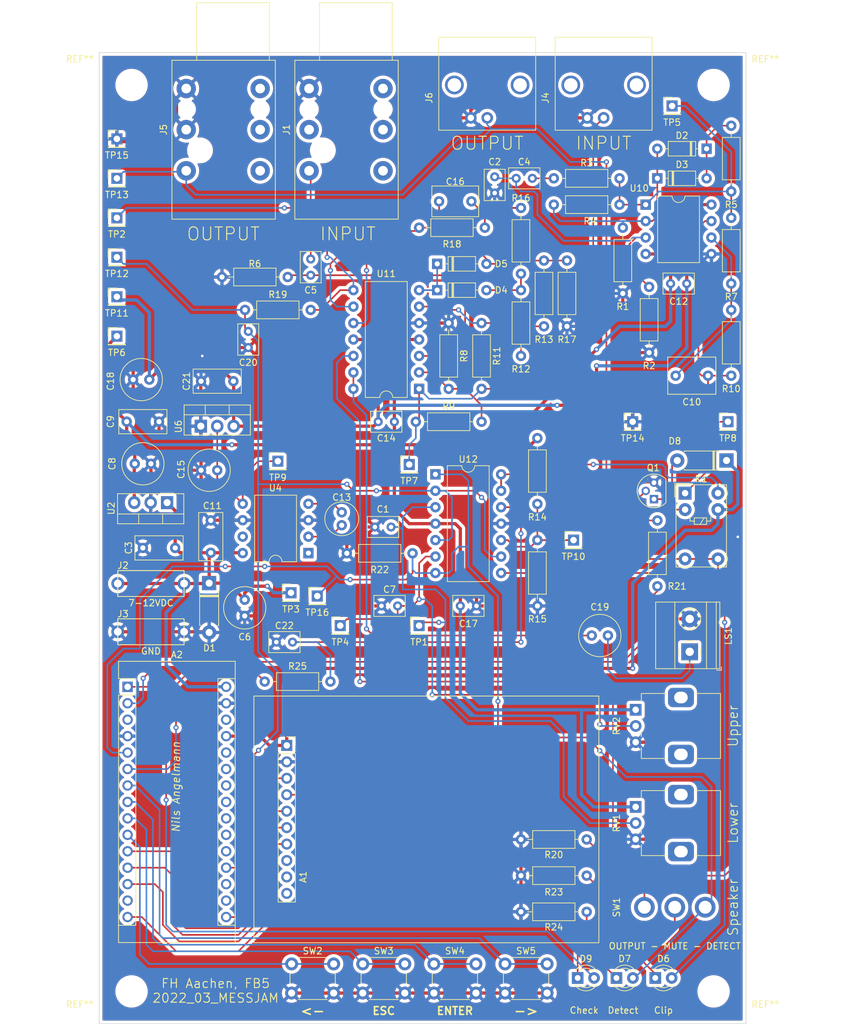
<source format=kicad_pcb>
(kicad_pcb (version 20211014) (generator pcbnew)
  (title_block (title "Messplatine") (date "2022-06-19") (rev "1.0") (company "FH Aachen") (comment 1 "Nils Angelmann"))
  (layers (0 "F.Cu" signal) (31 "B.Cu" signal) (34 "B.Paste" user) (35 "F.Paste" user) (36 "B.SilkS" user "B.Silkscreen") (37 "F.SilkS" user "F.Silkscreen") (38 "B.Mask" user) (39 "F.Mask" user) (44 "Edge.Cuts" user))
  (net 0 "")
  (net 1 "+5VD")
  (net 2 "GND")
  (net 3 "/SCK")
  (net 4 "/MOSI")
  (net 5 "/RS{slash}DC")
  (net 6 "/RES")
  (net 7 "/CS")
  (net 11 "Net-(A2-Pad1)")
  (net 12 "Relay")
  (net 14 "Detect")
  (net 15 "Net-(A2-Pad6)")
  (net 16 "/SW4")
  (net 17 "/SW3")
  (net 18 "/SW2")
  (net 19 "/SW1")
  (net 23 "DC")
  (net 32 "Vin")
  (net 33 "Lower")
  (net 34 "Net-(C2-Pad2)")
  (net 35 "Net-(C4-Pad2)")
  (net 36 "Net-(C5-Pad1)")
  (net 37 "Net-(C5-Pad2)")
  (net 38 "Upper")
  (net 39 "+5V")
  (net 40 "Net-(C10-Pad1)")
  (net 41 "SINE")
  (net 42 "-5V")
  (net 43 "Net-(C13-Pad1)")
  (net 44 "Net-(C13-Pad2)")
  (net 45 "Net-(C15-Pad1)")
  (net 46 "Net-(C16-Pad1)")
  (net 47 "Net-(C16-Pad2)")
  (net 48 "Net-(K1-Pad10)")
  (net 49 "Net-(C19-Pad1)")
  (net 50 "Net-(C19-Pad2)")
  (net 51 "BURST")
  (net 52 "Net-(D2-Pad1)")
  (net 53 "Net-(D2-Pad2)")
  (net 54 "Net-(D4-Pad1)")
  (net 55 "Net-(D4-Pad2)")
  (net 56 "Net-(D5-Pad2)")
  (net 57 "Net-(D6-Pad1)")
  (net 58 "Net-(D6-Pad2)")
  (net 59 "Net-(D7-Pad1)")
  (net 60 "Net-(D8-Pad2)")
  (net 61 "Net-(D9-Pad1)")
  (net 63 "Net-(J4-Pad1)")
  (net 64 "Output")
  (net 65 "Net-(Q1-Pad2)")
  (net 66 "Net-(R3-Pad2)")
  (net 67 "Net-(R8-Pad2)")
  (net 68 "Net-(R11-Pad1)")
  (net 69 "Net-(R14-Pad2)")
  (net 70 "Net-(SW1-Pad2)")
  (footprint "A-Connectors:SKS-MPB1" (layer "F.Cu") (at 54.545 111.35)
    (fp_text reference "J2")
    (fp_text value "SKS-MPB1")
  )
  (footprint "Button_Switch_THT:SW_PUSH_6mm_H8mm" (layer "F.Cu") (at 87.295 170.1)
    (fp_text reference "SW3")
    (fp_text value "SW_Push")
  )
  (footprint "MountingHole:MountingHole_4mm" (layer "F.Cu") (at 141.545 174.35)
    (fp_text reference "REF**")
    (fp_text value "MountingHole_4mm")
  )
  (footprint "MountingHole:MountingHole_4mm" (layer "F.Cu") (at 51.545 34.35)
    (fp_text reference "REF**")
    (fp_text value "MountingHole_4mm")
  )
  (footprint "Resistor_THT:R_Axial_DIN0207_L6.3mm_D2.5mm_P10.16mm_Horizontal" (layer "F.Cu") (at 131.572 75.692 90)
    (fp_text reference "R2")
    (fp_text value "3k3")
  )
  (footprint "A-Switches:Miyama-MS-167" (layer "F.Cu") (at 135.545 161.35)
    (fp_text reference "SW1")
    (fp_text value "ON-OFF-ON")
  )
  (footprint "Connector_PinHeader_2.54mm:PinHeader_1x01_P2.54mm_Vertical" (layer "F.Cu") (at 135.128 37.592)
    (fp_text reference "TP5")
    (fp_text value "OSZ")
  )
  (footprint "Package_TO_SOT_THT:TO-92" (layer "F.Cu") (at 132.325 98.311 90)
    (fp_text reference "Q1")
    (fp_text value "BC550")
  )
  (footprint "Connector_PinHeader_2.54mm:PinHeader_1x01_P2.54mm_Vertical" (layer "F.Cu") (at 49.276 60.96)
    (fp_text reference "TP12")
    (fp_text value "DC")
  )
  (footprint "A-Connectors:SKS-MPB1" (layer "F.Cu") (at 54.545 118.8)
    (fp_text reference "J3")
    (fp_text value "SKS-MPB1")
  )
  (footprint "Capacitor_THT:C_Rect_L4.6mm_W3.0mm_P2.50mm_MKS02_FKP02" (layer "F.Cu") (at 89.174 102.616)
    (fp_text reference "C1")
    (fp_text value "100n")
  )
  (footprint "Diode_THT:D_DO-35_SOD27_P7.62mm_Horizontal" (layer "F.Cu") (at 132.842 48.768)
    (fp_text reference "D3")
    (fp_text value "1N4148")
  )
  (footprint "LED_THT:LED_D3.0mm_Clear" (layer "F.Cu") (at 132.525 172.27)
    (fp_text reference "D6")
    (fp_text value "LED")
  )
  (footprint "Capacitor_THT:C_Rect_L7.2mm_W3.5mm_P5.00mm_FKS2_FKP2_MKS2_MKP2" (layer "F.Cu") (at 58.295 105.85 180)
    (fp_text reference "C3")
    (fp_text value "470n")
  )
  (footprint "Capacitor_THT:C_Rect_L4.6mm_W3.0mm_P2.50mm_MKS02_FKP02" (layer "F.Cu") (at 89.682 86.36)
    (fp_text reference "C14")
    (fp_text value "100n")
  )
  (footprint "Resistor_THT:R_Axial_DIN0207_L6.3mm_D2.5mm_P10.16mm_Horizontal" (layer "F.Cu") (at 114.3 104.648 -90)
    (fp_text reference "R15")
    (fp_text value "56k")
  )
  (footprint "Capacitor_THT:C_Radial_D6.3mm_H11.0mm_P2.50mm" (layer "F.Cu") (at 64.795 93.85 180)
    (fp_text reference "C15")
    (fp_text value "100u")
  )
  (footprint "Capacitor_THT:C_Radial_D6.3mm_H11.0mm_P2.50mm" (layer "F.Cu") (at 51.795 79.85)
    (fp_text reference "C18")
    (fp_text value "100u")
  )
  (footprint "Diode_THT:D_DO-35_SOD27_P7.62mm_Horizontal" (layer "F.Cu") (at 98.806 66.04)
    (fp_text reference "D4")
    (fp_text value "1N4148")
  )
  (footprint "Resistor_THT:R_Axial_DIN0207_L6.3mm_D2.5mm_P10.16mm_Horizontal" (layer "F.Cu") (at 72.136 126.492)
    (fp_text reference "R25")
    (fp_text value "1k")
  )
  (footprint "LED_THT:LED_D3.0mm_Clear" (layer "F.Cu") (at 126.525 172.27)
    (fp_text reference "D7")
    (fp_text value "LED")
  )
  (footprint "Resistor_THT:R_Axial_DIN0207_L6.3mm_D2.5mm_P10.16mm_Horizontal" (layer "F.Cu") (at 144.272 69.088 -90)
    (fp_text reference "R10")
    (fp_text value "82k")
  )
  (footprint "Resistor_THT:R_Axial_DIN0207_L6.3mm_D2.5mm_P10.16mm_Horizontal" (layer "F.Cu") (at 96.012 56.388)
    (fp_text reference "R18")
    (fp_text value "10k")
  )
  (footprint "Resistor_THT:R_Axial_DIN0207_L6.3mm_D2.5mm_P10.16mm_Horizontal" (layer "F.Cu") (at 84.836 106.68)
    (fp_text reference "R22")
    (fp_text value "10k")
  )
  (footprint "Diode_THT:D_DO-41_SOD81_P7.62mm_Horizontal" (layer "F.Cu") (at 63.545 111.29 -90)
    (fp_text reference "D1")
    (fp_text value "1N4001")
  )
  (footprint "Connector_PinHeader_2.54mm:PinHeader_1x01_P2.54mm_Vertical" (layer "F.Cu") (at 129.032 86.36)
    (fp_text reference "TP14")
    (fp_text value "GND")
  )
  (footprint "TerminalBlock_Phoenix:TerminalBlock_Phoenix_MKDS-1,5-2-5.08_1x02_P5.08mm_Horizontal" (layer "F.Cu") (at 137.85 121.895 90)
    (fp_text reference "LS1")
    (fp_text value "Speaker")
  )
  (footprint "MountingHole:MountingHole_4mm" (layer "F.Cu") (at 51.545 174.35)
    (fp_text reference "REF**")
    (fp_text value "MountingHole_4mm")
  )
  (footprint "Relay_THT:Relay_SPDT_Omron_G5V-1" (layer "F.Cu") (at 137.1375 97.3925)
    (fp_text reference "K1")
    (fp_text value "G5V-1")
  )
  (footprint "Package_TO_SOT_THT:TO-220-3_Vertical" (layer "F.Cu") (at 62.255 87.045)
    (fp_text reference "U6")
    (fp_text value "L7905")
  )
  (footprint "Resistor_THT:R_Axial_DIN0207_L6.3mm_D2.5mm_P10.16mm_Horizontal" (layer "F.Cu") (at 115.316 61.468 -90)
    (fp_text reference "R13")
    (fp_text value "10k")
  )
  (footprint "MountingHole:MountingHole_4mm" (layer "F.Cu") (at 141.545 34.35)
    (fp_text reference "REF**")
    (fp_text value "MountingHole_4mm")
  )
  (footprint "Connector_PinHeader_2.54mm:PinHeader_1x01_P2.54mm_Vertical" (layer "F.Cu") (at 49.276 67.056)
    (fp_text reference "TP11")
    (fp_text value "-5V")
  )
  (footprint "Package_DIP:DIP-14_W10.16mm" (layer "F.Cu") (at 96.012 81.28 180)
    (fp_text reference "U11")
    (fp_text value "LM324")
  )
  (footprint "Capacitor_THT:C_Radial_D5.0mm_H11.0mm_P2.00mm" (layer "F.Cu") (at 84.045 102.35 90)
    (fp_text reference "C13")
    (fp_text value "10u")
  )
  (footprint "Capacitor_THT:C_Rect_L4.6mm_W3.0mm_P2.50mm_MKS02_FKP02" (layer "F.Cu") (at 79.248 61.234 -90)
    (fp_text reference "C5")
    (fp_text value "100n")
  )
  (footprint "Connector_PinHeader_2.54mm:PinHeader_1x01_P2.54mm_Vertical" (layer "F.Cu") (at 83.82 117.856)
    (fp_text reference "TP4")
    (fp_text value "UPPER")
  )
  (footprint "Capacitor_THT:C_Radial_D6.3mm_H11.0mm_P2.50mm" (layer "F.Cu") (at 122.702 119.38)
    (fp_text reference "C19")
    (fp_text value "100u")
  )
  (footprint "Package_DIP:DIP-14_W10.16mm" (layer "F.Cu") (at 98.532 94.483)
    (fp_text reference "U12")
    (fp_text value "LM324")
  )
  (footprint "Connector_PinHeader_2.54mm:PinHeader_1x01_P2.54mm_Vertical" (layer "F.Cu") (at 94.488 92.964)
    (fp_text reference "TP7")
    (fp_text value "IN2")
  )
  (footprint "Capacitor_THT:C_Rect_L7.2mm_W3.5mm_P5.00mm_FKS2_FKP2_MKS2_MKP2" (layer "F.Cu") (at 63.795 106.6 90)
    (fp_text reference "C11")
    (fp_text value "470n")
  )
  (footprint "Capacitor_THT:C_Rect_L4.6mm_W3.0mm_P2.50mm_MKS02_FKP02" (layer "F.Cu") (at 137.394 65.024 180)
    (fp_text reference "C12")
    (fp_text value "100n")
  )
  (footprint "Capacitor_THT:C_Rect_L4.6mm_W3.0mm_P2.50mm_MKS02_FKP02" (layer "F.Cu") (at 90.19 114.808)
    (fp_text reference "C7")
    (fp_text value "100n")
  )
  (footprint "Connector_Audio:Jack_6.35mm_Neutrik_NRJ6HF_Horizontal" (layer "F.Cu") (at 60 47.6 90)
    (fp_text reference "J5")
    (fp_text value "TRS")
  )
  (footprint "Resistor_THT:R_Axial_DIN0207_L6.3mm_D2.5mm_P10.16mm_Horizontal" (layer "F.Cu") (at 118.872 71.628 90)
    (fp_text reference "R17")
    (fp_text value "10k")
  )
  (footprint "Resistor_THT:R_Axial_DIN0207_L6.3mm_D2.5mm_P10.16mm_Horizontal" (layer "F.Cu") (at 111.76 66.04 -90)
    (fp_text reference "R12")
    (fp_text value "10k")
  )
  (footprint "A-Connectors:BKL-BNC" (layer "F.Cu") (at 124.545 34.35)
    (fp_text reference "J4")
    (fp_text value "BNC")
  )
  (footprint "Resistor_THT:R_Axial_DIN0207_L6.3mm_D2.5mm_P10.16mm_Horizontal" (layer "F.Cu") (at 144.272 40.64 -90)
    (fp_text reference "R5")
    (fp_text value "1k")
  )
  (footprint "Capacitor_THT:C_Rect_L4.6mm_W3.0mm_P2.50mm_MKS02_FKP02" (layer "F.Cu") (at 76.434 120.396 180)
    (fp_text reference "C22")
    (fp_text value "100n")
  )
  (footprint "Resistor_THT:R_Axial_DIN0207_L6.3mm_D2.5mm_P10.16mm_Horizontal" (layer "F.Cu") (at 75.692 64.008 180)
    (fp_text reference "R6")
    (fp_text value "1M")
  )
  (footprint "Resistor_THT:R_Axial_DIN0207_L6.3mm_D2.5mm_P10.16mm_Horizontal" (layer "F.Cu") (at 69.088 69.088)
    (fp_text reference "R19")
    (fp_text value "10k")
  )
  (footprint "Diode_THT:D_DO-35_SOD27_P7.62mm_Horizontal" (layer "F.Cu") (at 140.462 44.196 180)
    (fp_text reference "D2")
    (fp_text value "1N4148")
  )
  (footprint "Resistor_THT:R_Axial_DIN0207_L6.3mm_D2.5mm_P10.16mm_Horizontal" (layer "F.Cu") (at 127.508 66.548 90)
    (fp_text reference "R1")
    (fp_text value "1k")
  )
  (footprint "Button_Switch_THT:SW_PUSH_6mm_H8mm" (layer "F.Cu") (at 76.295 170.1)
    (fp_text reference "SW2")
    (fp_text value "SW_Push")
  )
  (footprint "Diode_THT:D_DO-35_SOD27_P7.62mm_Horizontal" (layer "F.Cu") (at 98.806 61.976)
    (fp_text reference "D5")
    (fp_text value "1N4148")
  )
  (footprint "Connector_PinHeader_2.54mm:PinHeader_1x01_P2.54mm_Vertical" (layer "F.Cu") (at 143.764 86.36)
    (fp_text reference "TP8")
    (fp_text value "SINE")
  )
  (footprint "Resistor_THT:R_Axial_DIN0207_L6.3mm_D2.5mm_P10.16mm_Horizontal" (layer "F.Cu") (at 116.84 48.768)
    (fp_text reference "R3")
    (fp_text value "3k3")
  )
  (footprint "Connector_PinHeader_2.54mm:PinHeader_1x01_P2.54mm_Vertical" (layer "F.Cu") (at 76.2 112.776)
    (fp_text reference "TP3")
    (fp_text value "+Vin")
  )
  (footprint "Resistor_THT:R_Axial_DIN0207_L6.3mm_D2.5mm_P10.16mm_Horizontal" (layer "F.Cu") (at 121.92 150.876 180)
    (fp_text reference "R20")
    (fp_text value "4k7")
  )
  (footprint "Capacitor_THT:C_Radial_D6.3mm_H11.0mm_P2.50mm" (layer "F.Cu") (at 52.045 92.85)
    (fp_text reference "C8")
    (fp_text value "100u")
  )
  (footprint "Capacitor_THT:C_Rect_L4.6mm_W3.0mm_P2.50mm_MKS02_FKP02" (layer "F.Cu") (at 107.696 51.034 90)
    (fp_text reference "C2")
    (fp_text value "47n")
  )
  (footprint "Connector_PinHeader_2.54mm:PinHeader_1x01_P2.54mm_Vertical" (layer "F.Cu") (at 74.168 92.456)
    (fp_text reference "TP9")
    (fp_text value "-Vin")
  )
  (footprint "Capacitor_THT:C_Rect_L7.2mm_W3.5mm_P5.00mm_FKS2_FKP2_MKS2_MKP2" (layer "F.Cu") (at 67.295 80.1 180)
    (fp_text reference "C21")
    (fp_text value "470n")
  )
  (footprint "Capacitor_THT:C_Rect_L4.6mm_W3.0mm_P2.50mm_MKS02_FKP02" (layer "F.Cu") (at 104.882 114.808 180)
    (fp_text reference "C17")
    (fp_text value "100n")
  )
  (footprint "Connector_PinHeader_2.54mm:PinHeader_1x01_P2.54mm_Vertical" (layer "F.Cu") (at 49.276 54.864)
    (fp_text reference "TP2")
    (fp_text value "IN1")
  )
  (footprint "Connector_PinHeader_2.54mm:PinHeader_1x01_P2.54mm_Vertical" (layer "F.Cu") (at 119.888 104.648)
    (fp_text reference "TP10")
    (fp_text value "CLIP")
  )
  (footprint "LED_THT:LED_D3.0mm_Clear" (layer "F.Cu") (at 120.525 172.27)
    (fp_text reference "D9")
    (fp_text value "LED")
  )
  (footprint "Button_Switch_THT:SW_PUSH_6mm_H8mm" (layer "F.Cu") (at 109.295 170.1)
    (fp_text reference "SW5")
    (fp_text value "SW_Push")
  )
  (footprint "Resistor_THT:R_Axial_DIN0207_L6.3mm_D2.5mm_P10.16mm_Horizontal" (layer "F.Cu") (at 111.76 53.34 -90)
    (fp_text reference "R16")
    (fp_text value "10k")
  )
  (footprint "Connector_PinHeader_2.54mm:PinHeader_1x01_P2.54mm_Vertical" (layer "F.Cu") (at 49.276 48.768)
    (fp_text reference "TP13")
    (fp_text value "OUT")
  )
  (footprint "Connector_PinHeader_2.54mm:PinHeader_1x01_P2.54mm_Vertical" (layer "F.Cu") (at 96.012 117.856)
    (fp_text reference "TP1")
    (fp_text value "LOWER")
  )
  (footprint "Resistor_THT:R_Axial_DIN0207_L6.3mm_D2.5mm_P10.16mm_Horizontal" (layer "F.Cu") (at 114.3 88.9 -90)
    (fp_text reference "R14")
    (fp_text value "220k")
  )
  (footprint "Potentiometer_THT:Potentiometer_Alps_RK09K_Single_Vertical" (layer "F.Cu") (at 129.495 145.85)
    (fp_text reference "RV1")
    (fp_text value "100k")
  )
  (footprint "A-Display:TFT-1.8-ST7735R" (layer "F.Cu") (at 75.545 136.35)
    (fp_text reference "A1")
    (fp_text value "TFT-1.8-ST7735R")
  )
  (footprint "Resistor_THT:R_Axial_DIN0207_L6.3mm_D2.5mm_P10.16mm_Horizontal" (layer "F.Cu") (at 121.92 162.052 180)
    (fp_text reference "R24")
    (fp_text value "4k7")
  )
  (footprint "Resistor_THT:R_Axial_DIN0207_L6.3mm_D2.5mm_P10.16mm_Horizontal" (layer "F.Cu") (at 105.664 71.12 -90)
    (fp_text reference "R11")
    (fp_text value "10k")
  )
  (footprint "Package_DIP:DIP-8_W10.16mm" (layer "F.Cu") (at 78.895 106.65 180)
    (fp_text reference "U4")
    (fp_text value "ICL7660")
  )
  (footprint "Package_DIP:DIP-8_W10.16mm" (layer "F.Cu") (at 131.044 52.832)
    (fp_text reference "U10")
    (fp_text value "LM358")
  )
  (footprint "Button_Switch_THT:SW_PUSH_6mm_H8mm" (layer "F.Cu") (at 98.295 170.1)
    (fp_text reference "SW4")
    (fp_text value "SW_Push")
  )
  (footprint "Resistor_THT:R_Axial_DIN0207_L6.3mm_D2.5mm_P10.16mm_Horizontal" (layer "F.Cu") (at 144.272 54.864 -90)
    (fp_text reference "R7")
    (fp_text value "47k")
  )
  (footprint "Capacitor_THT:C_Rect_L4.6mm_W3.0mm_P2.50mm_MKS02_FKP02" (layer "F.Cu") (at 69.596 74.91 90)
    (fp_text reference "C20")
    (fp_text value "100n")
  )
  (footprint "Potentiometer_THT:Potentiometer_Alps_RK09K_Single_Vertical" (layer "F.Cu") (at 129.495 130.85)
    (fp_text reference "RV2")
    (fp_text value "100k")
  )
  (footprint "Connector_PinHeader_2.54mm:PinHeader_1x01_P2.54mm_Vertical" (layer "F.Cu") (at 49.276 73.152)
    (fp_text reference "TP6")
    (fp_text value "+5V")
  )
  (footprint "Resistor_THT:R_Axial_DIN0207_L6.3mm_D2.5mm_P10.16mm_Horizontal" (layer "F.Cu") (at 100.584 71.12 -90)
    (fp_text reference "R8")
    (fp_text value "10k")
  )
  (footprint "Resistor_THT:R_Axial_DIN0207_L6.3mm_D2.5mm_P10.16mm_Horizontal" (layer "F.Cu") (at 116.84 52.832)
    (fp_text reference "R4")
    (fp_text value "3k3")
  )
  (footprint "Capacitor_THT:C_Radial_D6.3mm_H11.0mm_P2.50mm" (layer "F.Cu") (at 69.045 113.85 -90)
    (fp_text reference "C6")
    (fp_text value "100u")
  )
  (footprint "Connector_PinHeader_2.54mm:PinHeader_1x01_P2.54mm_Vertical" (layer "F.Cu") (at 49.276 42.672)
    (fp_text reference "TP15")
    (fp_text value "GND")
  )
  (footprint "Capacitor_THT:C_Rect_L7.2mm_W5.5mm_P5.00mm_FKS2_FKP2_MKS2_MKP2" (layer "F.Cu") (at 135.676 79.248)
    (fp_text reference "C10")
    (fp_text value "1n5")
  )
  (footprint "Resistor_THT:R_Axial_DIN0207_L6.3mm_D2.5mm_P10.16mm_Horizontal" (layer "F.Cu") (at 95.504 86.36)
    (fp_text reference "R9")
    (fp_text value "10k")
  )
  (footprint "Module:Arduino_Nano" (layer "F.Cu") (at 50.935 127.3)
    (fp_text reference "A2")
    (fp_text value "Arduino_Nano_Every")
  )
  (footprint "Resistor_THT:R_Axial_DIN0207_L6.3mm_D2.5mm_P10.16mm_Horizontal" (layer "F.Cu") (at 132.854 111.773 90)
    (fp_text reference "R21")
    (fp_text value "1k")
  )
  (footprint "Connector_PinHeader_2.54mm:PinHeader_1x01_P2.54mm_Vertical" (layer "F.Cu") (at 80.264 113.284)
    (fp_text reference "TP16")
    (fp_text value "Detect")
  )
  (footprint "Capacitor_THT:C_Rect_L4.6mm_W3.0mm_P2.50mm_MKS02_FKP02" (layer "F.Cu") (at 111.018 48.768)
    (fp_text reference "C4")
    (fp_text value "47n")
  )
  (footprint "Capacitor_THT:C_Rect_L7.0mm_W4.5mm_P5.00mm" (layer "F.Cu") (at 104.1 52.324 180)
    (fp_text reference "C16")
    (fp_text value "22p")
  )
  (footprint "A-Connectors:BKL-BNC" (layer "F.Cu") (at 106.545 34.35)
    (fp_text reference "J6")
    (fp_text value "BNC")
  )
  (footprint "Diode_THT:D_DO-41_SOD81_P7.62mm_Horizontal" (layer "F.Cu") (at 143.545 92.35 180)
    (fp_text reference "D8")
    (fp_text value "1N4001")
  )
  (footprint "Capacitor_THT:C_Rect_L7.2mm_W3.5mm_P5.00mm_FKS2_FKP2_MKS2_MKP2" (layer "F.Cu") (at 50.795 86.35)
    (fp_text reference "C9")
    (fp_text value "470n")
  )
  (footprint "Resistor_THT:R_Axial_DIN0207_L6.3mm_D2.5mm_P10.16mm_Horizontal" (layer "F.Cu") (at 111.76 156.464)
    (fp_text reference "R23")
    (fp_text value "4k7")
  )
  (footprint "Package_TO_SOT_THT:TO-220-3_Vertical" (layer "F.Cu") (at 57.045 98.85 180)
    (fp_text reference "U2")
    (fp_text value "L7805")
  )
  (footprint "Connector_Audio:Jack_6.35mm_Neutrik_NRJ6HF_Horizontal" (layer "F.Cu") (at 79 47.6 90)
    (fp_text reference "J1")
    (fp_text value "TRS")
  )
  (gr_rect (start 46.545 29.35) (end 146.545 179.35) (layer "Edge.Cuts") (width 0.1) (fill none))
  (gr_text "INPUT" (at 124.545 43.35) (layer "F.SilkS") (effects (font (size 2 2))))
  (gr_text "OUTPUT" (at 65.735 57.35) (layer "F.SilkS") (effects (font (size 2 2))))
  (gr_text "Lower" (at 144.545 148.35 90) (layer "F.SilkS") (effects (font (size 1.5 1.5))))
  (gr_text "->" (at 112.545 177.35) (layer "F.SilkS") (effects (font (size 1.5 1.5) (thickness 0.25))))
  (gr_text "7-12VDC" (at 54.545 114.35) (layer "F.SilkS") (effects (font (size 1 1))))
  (gr_text "ENTER" (at 101.545 177.35) (layer "F.SilkS") (effects (font (size 1.2 1.2) (thickness 0.25))))
  (gr_text "Detect" (at 127.545 177.27) (layer "F.SilkS") (effects (font (size 1 1))))
  (gr_text "OUTPUT - MUTE - DETECT" (at 135.545 167.35) (layer "F.SilkS") (effects (font (size 1 1))))
  (gr_text "Speaker" (at 144.545 161.35 90) (layer "F.SilkS") (effects (font (size 1.5 1.5))))
  (gr_text "<-" (at 79.545 177.35) (layer "F.SilkS") (effects (font (size 1.5 1.5) (thickness 0.25))))
  (gr_text "FH Aachen, FB5\n2022_03_MESSJAM" (at 64.545 174.244) (layer "F.SilkS") (effects (font (size 1.4 1.4))))
  (gr_text "Nils Angelmann" (at 58.42 142.748 90) (layer "F.SilkS") (effects (font (size 1.2 1.2) (thickness 0.15) italic)))
  (gr_text "ESC" (at 90.545 177.35) (layer "F.SilkS") (effects (font (size 1.2 1.2) (thickness 0.25))))
  (gr_text "GND" (at 54.545 121.8) (layer "F.SilkS") (effects (font (size 1 1))))
  (gr_text "Check" (at 121.525 177.27) (layer "F.SilkS") (effects (font (size 1 1))))
  (gr_text "INPUT" (at 85.005 57.35) (layer "F.SilkS") (effects (font (size 2 2))))
  (gr_text "Clip" (at 133.795 177.27) (layer "F.SilkS") (effects (font (size 1 1))))
  (gr_text "OUTPUT" (at 106.545 43.35) (layer "F.SilkS") (effects (font (size 2 2))))
  (gr_text "Upper" (at 144.545 133.35 90) (layer "F.SilkS") (effects (font (size 1.5 1.5))))
  (segment (start 77.216 125.476) (end 78.232 124.46) (width 0.5) (layer "F.Cu") (net 1))
  (segment (start 75.545 136.35) (end 75.545 127.147) (width 0.5) (layer "F.Cu") (net 1))
  (segment (start 66.175 134.92) (end 71.42 134.92) (width 0.5) (layer "F.Cu") (net 1))
  (segment (start 72.85 136.35) (end 75.545 136.35) (width 0.5) (layer "F.Cu") (net 1))
  (segment (start 78.232 124.46) (end 129.032 124.46) (width 0.5) (layer "F.Cu") (net 1))
  (segment (start 75.545 127.147) (end 77.216 125.476) (width 0.5) (layer "F.Cu") (net 1))
  (segment (start 71.42 134.92) (end 72.85 136.35) (width 0.5) (layer "F.Cu") (net 1))
  (via (at 129.032 124.46) (size 0.8) (drill 0.4) (layers "F.Cu" "B.Cu") (net 1))
  (segment (start 129.032 111.252) (end 137.16 103.124) (width 0.5) (layer "B.Cu") (net 1))
  (segment (start 129.032 124.46) (end 129.032 111.252) (width 0.5) (layer "B.Cu") (net 1))
  (segment (start 142.2175 102.1305) (end 142.2175 99.9325) (width 0.5) (layer "B.Cu") (net 1))
  (segment (start 144.4155 99.9325) (end 145.288 99.06) (width 0.5) (layer "B.Cu") (net 1))
  (segment (start 141.224 103.124) (end 142.2175 102.1305) (width 0.5) (layer "B.Cu") (net 1))
  (segment (start 145.288 99.06) (end 145.288 94.093) (width 0.5) (layer "B.Cu") (net 1))
  (segment (start 142.2175 99.9325) (end 144.4155 99.9325) (width 0.5) (layer "B.Cu") (net 1))
  (segment (start 145.288 94.093) (end 143.545 92.35) (width 0.5) (layer "B.Cu") (net 1))
  (segment (start 137.16 103.124) (end 141.224 103.124) (width 0.5) (layer "B.Cu") (net 1))
  (segment (start 69.596 74.91) (end 67.29 74.91) (width 0.5) (layer "F.Cu") (net 2))
  (segment (start 111.76 156.464) (end 111.76 162.052) (width 0.5) (layer "F.Cu") (net 2))
  (segment (start 111.76 156.464) (end 111.76 150.876) (width 0.5) (layer "F.Cu") (net 2))
  (segment (start 72.626 119.088) (end 73.934 120.396) (width 0.5) (layer "F.Cu") (net 2))
  (segment (start 73.69 101.57) (end 68.735 101.57) (width 0.5) (layer "F.Cu") (net 2))
  (segment (start 105.156 37.084) (end 104.005 38.235) (width 0.5) (layer "F.Cu") (net 2))
  (segment (start 86.868 102.616) (end 84.836 104.648) (width 0.5) (layer "F.Cu") (net 2))
  (segment (start 129.032 86.36) (end 129.032 75.692) (width 0.5) (layer "F.Cu") (net 2))
  (segment (start 84.836 106.68) (end 81.25 110.266) (width 0.5) (layer "F.Cu") (net 2))
  (segment (start 104.795 174.6) (end 109.295 174.6) (width 0.5) (layer "F.Cu") (net 2))
  (segment (start 89.174 102.616) (end 86.868 102.616) (width 0.5) (layer "F.Cu") (net 2))
  (segment (start 58.5 36.4) (end 60 34.9) (width 0.5) (layer "F.Cu") (net 2))
  (segment (start 93.795 174.6) (end 98.295 174.6) (width 0.5) (layer "F.Cu") (net 2))
  (segment (start 87.295 174.6) (end 93.795 174.6) (width 0.5) (layer "F.Cu") (net 2))
  (segment (start 131.09 150.85) (end 129.495 150.85) (width 0.5) (layer "F.Cu") (net 2))
  (segment (start 90.19 114.808) (end 85.792 114.808) (width 0.5) (layer "F.Cu") (net 2))
  (segment (start 132.08 136.652) (end 132.08 149.86) (width 0.5) (layer "F.Cu") (net 2))
  (segment (start 49.276 42.672) (end 49.709 43.105) (width 0.5) (layer "F.Cu") (net 2))
  (segment (start 122.005 39.43) (end 112.074 39.43) (width 0.5) (layer "F.Cu") (net 2))
  (segment (start 58.5 39.75) (end 58.5 36.4) (width 0.5) (layer "F.Cu") (net 2))
  (segment (start 63.435 118.8) (end 63.545 118.91) (width 0.5) (layer "F.Cu") (net 2))
  (segment (start 128.016 96.52) (end 128.894511 95.641489) (width 0.5) (layer "F.Cu") (net 2))
  (segment (start 132.08 135.128) (end 132.08 119.888) (width 0.5) (layer "F.Cu") (net 2))
  (segment (start 62.255 87.045) (end 62.255 80.14) (width 0.5) (layer "F.Cu") (net 2))
  (segment (start 49.42 118.8) (end 59.67 118.8) (width 0.5) (layer "F.Cu") (net 2))
  (segment (start 131.572 75.692) (end 129.032 75.692) (width 0.5) (layer "F.Cu") (net 2))
  (segment (start 100.898 39.43) (end 104.005 39.43) (width 0.5) (layer "F.Cu") (net 2))
  (segment (start 117.856 172.539) (end 117.856 169.164) (width 0.5) (layer "F.Cu") (net 2))
  (segment (start 62.295 87.085) (end 62.255 87.045) (width 0.5) (layer "F.Cu") (net 2))
  (segment (start 78.895 101.57) (end 73.69 101.57) (width 0.5) (layer "F.Cu") (net 2))
  (segment (start 60 41.25) (end 58.5 39.75) (width 0.5) (layer "F.Cu") (net 2))
  (segment (start 127.508 74.168) (end 127.508 66.548) (width 0.5) (layer "F.Cu") (net 2))
  (segment (start 109.295 174.6) (end 115.795 174.6) (width 0.5) (layer "F.Cu") (net 2))
  (segment (start 76.750489 32.650489) (end 79 34.9) (width 0.5) (layer "F.Cu") (net 2))
  (segment (start 62.255 80.14) (end 62.295 80.1) (width 0.5) (layer "F.Cu") (net 2))
  (segment (start 73.69 110.266) (end 73.69 101.57) (width 0.5) (layer "F.Cu") (net 2))
  (segment (start 62.295 100.1) (end 63.795 101.6) (width 0.5) (layer "F.Cu") (net 2))
  (segment (start 63.545 118.91) (end 66.485 118.91) (width 0.5) (layer "F.Cu") (net 2))
  (segment (start 85.792 114.808) (end 81.25 110.266) (width 0.5) (layer "F.Cu") (net 2))
  (segment (start 131.278 135.85) (end 132.08 136.652) (width 0.5) (layer "F.Cu") (net 2))
  (segment (start 59.67 118.8) (end 63.435 118.8) (width 0.5) (layer "F.Cu") (net 2))
  (segment (start 115.795 174.6) (end 117.856 172.539) (width 0.5) (layer "F.Cu") (net 2))
  (segment (start 145.288 104.14) (end 131.572 104.14) (width 0.5) (layer "F.Cu") (net 2))
  (segment (start 105.669 102.103) (end 108.692 102.103) (width 0.5) (layer "F.Cu") (net 2))
  (segment (start 54.505 98.85) (end 54.505 104.64) (width 0.5) (layer "F.Cu") (net 2))
  (segment (start 72.626 116.35) (end 73.69 115.286) (width 0.5) (layer "F.Cu") (net 2))
  (segment (start 98.552 33.528) (end 98.552 37.084) (width 0.5) (layer "F.Cu") (net 2))
  (segment (start 49.709 43.105) (end 51.795 43.105) (width 0.5) (layer "F.Cu") (net 2))
  (segment (start 97.674489 32.650489) (end 98.552 33.528) (width 0.5) (layer "F.Cu") (net 2))
  (segment (start 128.894511 95.641489) (end 132.195489 95.641489) (width 0.5) (layer "F.Cu") (net 2))
  (segment (start 131.358 135.85) (end 132.08 135.128) (width 0.5) (layer "F.Cu") (net 2))
  (segment (start 66.485 118.91) (end 69.045 116.35) (width 0.5) (layer "F.Cu") (net 2))
  (segment (start 98.295 174.6) (end 104.795 174.6) (width 0.5) (layer "F.Cu") (net 2))
  (segment (start 69.045 116.35) (end 72.626 116.35) (width 0.5) (layer "F.Cu") (net 2))
  (segment (start 112.074 39.43) (end 109.728 37.084) (width 0.5) (layer "F.Cu") (net 2))
  (segment (start 79 34.9) (end 81.249511 32.650489) (width 0.5) (layer "F.Cu") (net 2))
  (segment (start 128.016 100.584) (end 128.016 96.52) (width 0.5) (layer "F.Cu") (net 2))
  (segment (start 104.005 38.235) (end 104.005 39.43) (width 0.5) (layer "F.Cu") (net 2))
  (segment (start 84.836 104.648) (end 84.836 106.68) (width 0.5) (layer "F.Cu") (net 2))
  (segment (start 104.882 102.89) (end 105.669 102.103) (width 0.5) (layer "F.Cu") (net 2))
  (segment (start 63.825 101.57) (end 63.795 101.6) (width 0.5) (layer "F.Cu") (net 2))
  (segment (start 68.735 101.57) (end 63.825 101.57) (width 0.5) (layer "F.Cu") (net 2))
  (segment (start 62.249511 32.650489) (end 76.750489 32.650489) (width 0.5) (layer "F.Cu") (net 2))
  (segment (start 72.626 116.35) (end 72.626 119.088) (width 0.5) (layer "F.Cu") (net 2))
  (segment (start 51.795 82.35) (end 55.795 86.35) (width 0.5) (layer "F.Cu") (net 2))
  (segment (start 117.856 169.164) (end 114.808 166.116) (width 0.5) (layer "F.Cu") (net 2))
  (segment (start 62.295 93.85) (end 55.545 93.85) (width 0.5) (layer "F.Cu") (net 2))
  (segment (start 62.484 76.2) (end 65.532 73.152) (width 0.5) (layer "F.Cu") (net 2))
  (segment (start 54.505 104.64) (end 53.295 105.85) (width 0.5) (layer "F.Cu") (net 2))
  (segment (start 67.29 74.91) (end 65.532 73.152) (width 0.5) (layer "F.Cu") (net 2))
  (segment (start 98.552 37.084) (end 100.898 39.43) (width 0.5) (layer "F.Cu") (net 2))
  (segment (start 51.795 43.105) (end 60 34.9) (width 0.5) (layer "F.Cu") (net 2))
  (segment (start 131.572 104.14) (end 128.016 100.584) (width 0.5) (layer "F.Cu") (net 2))
  (segment (start 51.795 79.85) (end 51.795 43.105) (width 0.5) (layer "F.Cu") (net 2))
  (segment (start 55.795 86.35) (end 55.795 91.6) (width 0.5) (layer "F.Cu") (net 2))
  (segment (start 111.76 166.116) (end 111.76 162.052) (width 0.5) (layer "F.Cu") (net 2))
  (segment (start 129.495 135.85) (end 131.278 135.85) (width 0.5) (layer "F.Cu") (net 2))
  (segment (start 132.195489 95.641489) (end 132.325 95.771) (width 0.5) (layer "F.Cu") (net 2))
  (segment (start 62.295 93.85) (end 62.295 100.1) (width 0.5) (layer "F.Cu") (net 2))
  (segment (start 132.08 149.86) (end 131.09 150.85) (width 0.5) (layer "F.Cu") (net 2))
  (segment (start 60 34.9) (end 62.249511 32.650489) (width 0.5) (layer "F.Cu") (net 2))
  (segment (start 132.08 119.888) (end 135.153 116.815) (width 0.5) (layer "F.Cu") (net 2))
  (segment (start 55.545 93.85) (end 54.545 92.85) (width 0.5) (layer "F.Cu") (net 2))
  (segment (start 51.795 79.85) (end 51.795 82.35) (width 0.5) (layer "F.Cu") (net 2))
  (segment (start 100.584 71.12) (end 96.012 71.12) (width 0.5) (layer "F.Cu") (net 2))
  (segment (start 81.25 110.266) (end 73.69 110.266) (width 0.5) (layer "F.Cu") (net 2))
  (segment (start 65.532 73.152) (end 65.532 64.008) (width 0.5) (layer "F.Cu") (net 2))
  (segment (start 62.295 93.85) (end 62.295 87.085) (width 0.5) (layer "F.Cu") (net 2))
  (segment (start 104.882 114.808) (end 114.3 114.808) (width 0.5) (layer "F.Cu") (net 2))
  (segment (start 135.153 116.815) (end 137.85 116.815) (width 0.5) (layer "F.Cu") (net 2))
  (segment (start 109.728 37.084) (end 105.156 37.084) (width 0.5) (layer "F.Cu") (net 2))
  (segment (start 55.795 91.6) (end 54.545 92.85) (width 0.5) (layer "F.Cu") (net 2))
  (segment (start 73.69 115.286) (end 73.69 110.266) (width 0.5) (layer "F.Cu") (net 2))
  (segment (start 104.882 114.808) (end 104.882 102.89) (width 0.5) (layer "F.Cu") (net 2))
  (segment (start 82.795 174.6) (end 87.295 174.6) (width 0.5) (layer "F.Cu") (net 2))
  (segment (start 76.295 174.6) (end 82.795 174.6) (width 0.5) (layer "F.Cu") (net 2))
  (segment (start 129.495 135.85) (end 131.358 135.85) (width 0.5) (layer "F.Cu") (net 2))
  (segment (start 81.249511 32.650489) (end 97.674489 32.650489) (width 0.5) (layer "F.Cu") (net 2))
  (segment (start 114.808 166.116) (end 111.76 166.116) (width 0.5) (layer "F.Cu") (net 2))
  (segment (start 54.545 92.85) (end 54.545 98.81) (width 0.5) (layer "F.Cu") (net 2))
  (segment (start 129.032 75.692) (end 127.508 74.168) (width 0.5) (layer "F.Cu") (net 2))
  (segment (start 54.545 98.81) (end 54.505 98.85) (width 0.5) (layer "F.Cu") (net 2))
  (via (at 145.288 104.14) (size 0.8) (drill 0.4) (layers "F.Cu" "B.Cu") (net 2))
  (via (at 62.484 76.2) (size 0.8) (drill 0.4) (layers "F.Cu" "B.Cu") (net 2))
  (segment (start 116.332 74.168) (end 102.108 74.168) (width 0.5) (layer "B.Cu") (net 2))
  (segment (start 118.872 71.628) (end 120.396 71.628) (width 0.5) (layer "B.Cu") (net 2))
  (segment (start 67.056 59.436) (end 99.06 59.436) (width 0.5) (layer "B.Cu") (net 2))
  (segment (start 109.728 55.372) (end 109.728 57.912) (width 0.5) (layer "B.Cu") (net 2))
  (segment (start 114.3 153.924) (end 122.428 153.924) (width 0.5) (layer "B.Cu") (net 2))
  (segment (start 107.696 53.34) (end 109.728 55.372) (width 0.5) (layer "B.Cu") (net 2))
  (segment (start 57.612 129.84) (end 66.175 129.84) (width 0.5) (layer "B.Cu") (net 2))
  (segment (start 100.584 72.644) (end 100.584 71.12) (width 0.5) (layer "B.Cu") (net 2))
  (segment (start 120.396 71.628) (end 125.476 66.548) (width 0.5) (layer "B.Cu") (net 2))
  (segment (start 69.045 136.609) (end 69.045 129.075) (width 0.5) (layer "B.Cu") (net 2))
  (segment (start 118.872 71.628) (end 118.872 92.456) (width 0.5) (layer "B.Cu") (net 2))
  (segment (start 138.928 62.484) (end 140.96 60.452) (width 0.5) (layer "B.Cu") (net 2))
  (segment (start 125.502 150.85) (end 129.495 150.85) (width 0.5) (layer "B.Cu") (net 2))
  (segment (start 75.545 138.89) (end 71.326 138.89) (width 0.5) (layer "B.Cu") (net 2))
  (segment (start 52.532 134.92) (end 57.612 129.84) (width 0.5) (layer "B.Cu") (net 2))
  (segment (start 115.321 102.103) (end 121.92 95.504) (width 0.5) (layer "B.Cu") (net 2))
  (segment (start 65.532 64.008) (end 65.532 60.96) (width 0.5) (layer "B.Cu") (net 2))
  (segment (start 50.935 134.92) (end 52.532 134.92) (width 0.5) (layer "B.Cu") (net 2))
  (segment (start 99.06 59.436) (end 100.584 60.96) (width 0.5) (layer "B.Cu") (net 2))
  (segment (start 62.295 80.1) (end 62.295 76.389) (width 0.5) (layer "B.Cu") (net 2))
  (segment (start 69.045 129.075) (end 69.045 116.35) (width 0.5) (layer "B.Cu") (net 2))
  (segment (start 71.326 138.89) (end 69.045 136.609) (width 0.5) (layer "B.Cu") (net 2))
  (segment (start 140.96 60.452) (end 141.204 60.452) (width 0.5) (layer "B.Cu") (net 2))
  (segment (start 140.741 116.815) (end 145.288 112.268) (width 0.5) (layer "B.Cu") (net 2))
  (segment (start 118.872 71.628) (end 116.332 74.168) (width 0.5) (layer "B.Cu") (net 2))
  (segment (start 122.428 153.924) (end 125.502 150.85) (width 0.5) (layer "B.Cu") (net 2))
  (segment (start 62.295 76.389) (end 62.484 76.2) (width 0.5) (layer "B.Cu") (net 2))
  (segment (start 68.28 129.84) (end 69.045 129.075) (width 0.5) (layer "B.Cu") (net 2))
  (segment (start 108.204 59.436) (end 99.06 59.436) (width 0.5) (layer "B.Cu") (net 2))
  (segment (start 100.584 60.96) (end 100.584 71.12) (width 0.5) (layer "B.Cu") (net 2))
  (segment (start 125.476 66.548) (end 127.508 66.548) (width 0.5) (layer "B.Cu") (net 2))
  (segment (start 107.696 51.034) (end 107.696 53.34) (width 0.5) (layer "B.Cu") (net 2))
  (segment (start 109.728 57.912) (end 108.204 59.436) (width 0.5) (layer "B.Cu") (net 2))
  (segment (start 66.175 129.84) (end 68.28 129.84) (width 0.5) (layer "B.Cu") (net 2))
  (segment (start 131.572 62.484) (end 127.508 66.548) (width 0.5) (layer "B.Cu") (net 2))
  (segment (start 102.108 74.168) (end 100.584 72.644) (width 0.5) (layer "B.Cu") (net 2))
  (segment (start 121.92 95.504) (end 132.058 95.504) (width 0.5) (layer "B.Cu") (net 2))
  (segment (start 111.76 156.464) (end 114.3 153.924) (width 0.5) (layer "B.Cu") (net 2))
  (segment (start 132.058 95.504) (end 132.325 95.771) (width 0.5) (layer "B.Cu") (net 2))
  (segment (start 137.85 116.815) (end 140.741 116.815) (width 0.5) (layer "B.Cu") (net 2))
  (segment (start 108.692 102.103) (end 115.321 102.103) (width 0.5) (layer "B.Cu") (net 2))
  (segment (start 145.288 112.268) (end 145.288 104.14) (width 0.5) (layer "B.Cu") (net 2))
  (segment (start 138.928 62.484) (end 131.572 62.484) (width 0.5) (layer "B.Cu") (net 2))
  (segment (start 118.872 92.456) (end 121.92 95.504) (width 0.5) (layer "B.Cu") (net 2))
  (segment (start 65.532 60.96) (end 67.056 59.436) (width 0.5) (layer "B.Cu") (net 2))
  (segment (start 70.612 161.036) (end 70.612 143.256) (width 0.25) (layer "F.Cu") (net 3))
  (segment (start 68.788 162.86) (end 70.612 161.036) (width 0.25) (layer "F.Cu") (net 3))
  (segment (start 66.175 162.86) (end 68.788 162.86) (width 0.25) (layer "F.Cu") (net 3))
  (segment (start 70.612 143.256) (end 72.438 141.43) (width 0.25) (layer "F.Cu") (net 3))
  (segment (start 72.438 141.43) (end 75.545 141.43) (width 0.25) (layer "F.Cu") (net 3))
  (segment (start 77.93 143.97) (end 75.545 143.97) (width 0.25) (layer "F.Cu") (net 4))
  (segment (start 50.935 162.86) (end 53.132 162.86) (width 0.25) (layer "F.Cu") (net 4))
  (segment (start 74.676 161.544) (end 78.232 161.544) (width 0.25) (layer "F.Cu") (net 4))
  (segment (start 79.248 145.288) (end 77.93 143.97) (width 0.25) (layer "F.Cu") (net 4))
  (segment (start 78.232 161.544) (end 79.248 160.528) (width 0.25) (layer "F.Cu") (net 4))
  (segment (start 53.132 162.86) (end 58.42 168.148) (width 0.25) (layer "F.Cu") (net 4))
  (segment (start 58.42 168.148) (end 68.072 168.148) (width 0.25) (layer "F.Cu") (net 4))
  (segment (start 68.072 168.148) (end 74.676 161.544) (width 0.25) (layer "F.Cu") (net 4))
  (segment (start 79.248 160.528) (end 79.248 145.288) (width 0.25) (layer "F.Cu") (net 4))
  (segment (start 71.628 161.036) (end 68.072 164.592) (width 0.25) (layer "F.Cu") (net 5))
  (segment (start 75.545 146.51) (end 72.438 146.51) (width 0.25) (layer "F.Cu") (net 5))
  (segment (start 59.944 164.592) (end 58.928 163.576) (width 0.25) (layer "F.Cu") (net 5))
  (segment (start 57.704 152.7) (end 50.935 152.7) (width 0.25) (layer "F.Cu") (net 5))
  (segment (start 58.928 153.924) (end 57.704 152.7) (width 0.25) (layer "F.Cu") (net 5))
  (segment (start 68.072 164.592) (end 59.944 164.592) (width 0.25) (layer "F.Cu") (net 5))
  (segment (start 71.628 147.32) (end 71.628 161.036) (width 0.25) (layer "F.Cu") (net 5))
  (segment (start 58.928 163.576) (end 58.928 153.924) (width 0.25) (layer "F.Cu") (net 5))
  (segment (start 72.438 146.51) (end 71.628 147.32) (width 0.25) (layer "F.Cu") (net 5))
  (segment (start 72.644 161.036) (end 68.072 165.608) (width 0.25) (layer "F.Cu") (net 6))
  (segment (start 73.454 149.05) (end 72.644 149.86) (width 0.25) (layer "F.Cu") (net 6))
  (segment (start 56.688 155.24) (end 50.935 155.24) (width 0.25) (layer "F.Cu") (net 6))
  (segment (start 57.912 156.464) (end 56.688 155.24) (width 0.25) (layer "F.Cu") (net 6))
  (segment (start 57.912 164.084) (end 57.912 156.464) (width 0.25) (layer "F.Cu") (net 6))
  (segment (start 68.072 165.608) (end 59.436 165.608) (width 0.25) (layer "F.Cu") (net 6))
  (segment (start 72.644 149.86) (end 72.644 161.036) (width 0.25) (layer "F.Cu") (net 6))
  (segment (start 59.436 165.608) (end 57.912 164.084) (width 0.25) (layer "F.Cu") (net 6))
  (segment (start 75.545 149.05) (end 73.454 149.05) (width 0.25) (layer "F.Cu") (net 6))
  (segment (start 68.072 166.624) (end 58.928 166.624) (width 0.25) (layer "F.Cu") (net 7))
  (segment (start 73.66 151.892) (end 73.66 161.036) (width 0.25) (layer "F.Cu") (net 7))
  (segment (start 73.962 151.59) (end 73.66 151.892) (width 0.25) (layer "F.Cu") (net 7))
  (segment (start 55.164 157.78) (end 50.935 157.78) (width 0.25) (layer "F.Cu") (net 7))
  (segment (start 56.388 159.004) (end 55.164 157.78) (width 0.25) (layer "F.Cu") (net 7))
  (segment (start 75.545 151.59) (end 73.962 151.59) (width 0.25) (layer "F.Cu") (net 7))
  (segment (start 73.66 161.036) (end 68.072 166.624) (width 0.25) (layer "F.Cu") (net 7))
  (segment (start 58.928 166.624) (end 56.388 164.084) (width 0.25) (layer "F.Cu") (net 7))
  (segment (start 56.388 164.084) (end 56.388 159.004) (width 0.25) (layer "F.Cu") (net 7))
  (segment (start 55.672 127.3) (end 50.935 127.3) (width 0.25) (layer "F.Cu") (net 11))
  (segment (start 56.896 128.524) (end 55.672 127.3) (width 0.25) (layer "F.Cu") (net 11))
  (segment (start 56.896 144.78) (end 56.896 128.524) (width 0.25) (layer "F.Cu") (net 11))
  (via (at 56.896 144.78) (size 0.8) (drill 0.4) (layers "F.Cu" "B.Cu") (net 11))
  (segment (start 57.912 165.1) (end 56.896 164.084) (width 0.25) (layer "B.Cu") (net 11))
  (segment (start 115.895 165.1) (end 83.312 165.1) (width 0.25) (layer "B.Cu") (net 11))
  (segment (start 83.312 165.1) (end 57.912 165.1) (width 0.25) (layer "B.Cu") (net 11))
  (segment (start 56.896 164.084) (end 56.896 144.78) (width 0.25) (layer "B.Cu") (net 11))
  (segment (start 123.065 172.27) (end 115.895 165.1) (width 0.25) (layer "B.Cu") (net 11))
  (segment (start 131.064 113.284) (end 132.08 113.284) (width 0.25) (layer "F.Cu") (net 12))
  (segment (start 55.88 123.444) (end 127.508 123.444) (width 0.25) (layer "F.Cu") (net 12))
  (segment (start 132.08 113.284) (end 132.854 112.51) (width 0.25) (layer "F.Cu") (net 12))
  (segment (start 53.34 125.984) (end 55.88 123.444) (width 0.25) (layer "F.Cu") (net 12))
  (segment (start 132.854 112.51) (end 132.854 111.773) (width 0.25) (layer "F.Cu") (net 12))
  (segment (start 130.556 113.792) (end 131.064 113.284) (width 0.25) (layer "F.Cu") (net 12))
  (segment (start 127.508 123.444) (end 130.556 120.396) (width 0.25) (layer "F.Cu") (net 12))
  (segment (start 130.556 120.396) (end 130.556 113.792) (width 0.25) (layer "F.Cu") (net 12))
  (via (at 53.34 125.984) (size 0.8) (drill 0.4) (layers "F.Cu" "B.Cu") (net 12))
  (segment (start 52.532 129.84) (end 53.34 129.032) (width 0.25) (layer "B.Cu") (net 12))
  (segment (start 50.935 129.84) (end 52.532 129.84) (width 0.25) (layer "B.Cu") (net 12))
  (segment (start 53.34 129.032) (end 53.34 125.984) (width 0.25) (layer "B.Cu") (net 12))
  (segment (start 121.92 135.128) (end 123.952 137.16) (width 0.25) (layer "F.Cu") (net 14))
  (segment (start 93.98 110.744) (end 94.996 109.728) (width 0.25) (layer "F.Cu") (net 14))
  (segment (start 108.204 129.54) (end 108.204 134.112) (width 0.25) (layer "F.Cu") (net 14))
  (segment (start 109.22 135.128) (end 114.808 135.128) (width 0.25) (layer "F.Cu") (net 14))
  (segment (start 85.344 110.744) (end 93.98 110.744) (width 0.25) (layer "F.Cu") (net 14))
  (segment (start 108.204 134.112) (end 109.22 135.128) (width 0.25) (layer "F.Cu") (net 14))
  (segment (start 114.808 135.128) (end 121.92 135.128) (width 0.25) (layer "F.Cu") (net 14))
  (segment (start 94.996 109.728) (end 94.996 106.68) (width 0.25) (layer "F.Cu") (net 14))
  (segment (start 66.04 108.712) (end 72.136 108.712) (width 0.25) (layer "F.Cu") (net 14))
  (via (at 123.952 137.16) (size 0.8) (drill 0.4) (layers "F.Cu" "B.Cu") (net 14))
  (via (at 66.04 108.712) (size 0.8) (drill 0.4) (layers "F.Cu" "B.Cu") (net 14))
  (via (at 85.344 110.744) (size 0.8) (drill 0.4) (layers "F.Cu" "B.Cu") (net 14))
  (via (at 72.136 108.712) (size 0.8) (drill 0.4) (layers "F.Cu" "B.Cu") (net 14))
  (via (at 108.204 129.54) (size 0.8) (drill 0.4) (layers "F.Cu" "B.Cu") (net 14))
  (segment (start 141.224 142.748) (end 141.224 160.371) (width 0.25) (layer "B.Cu") (net 14))
  (segment (start 80.264 113.284) (end 83.312 110.236) (width 0.25) (layer "B.Cu") (net 14))
  (segment (start 83.82 110.744) (end 85.344 110.744) (width 0.25) (layer "B.Cu") (net 14))
  (segment (start 103.632 108.712) (end 108.204 113.284) (width 0.25) (layer "B.Cu") (net 14))
  (segment (start 103.632 105.664) (end 103.632 95.504) (width 0.25) (layer "B.Cu") (net 14))
  (segment (start 98.532 109.723) (end 95.499 109.723) (width 0.25) (layer "B.Cu") (net 14))
  (segment (start 140.245 161.35) (end 129.325 172.27) (width 0.25) (layer "B.Cu") (net 14))
  (segment (start 94.996 109.22) (end 94.996 106.68) (width 0.25) (layer "B.Cu") (net 14))
  (segment (start 102.108 105.664) (end 103.632 105.664) (width 0.25) (layer "B.Cu") (net 14))
  (segment (start 47.795489 123.908511) (end 49.276 122.428) (width 0.25) (layer "B.Cu") (net 14))
  (segment (start 129.325 172.27) (end 129.065 172.27) (width 0.25) (layer "B.Cu") (net 14))
  (segment (start 49.276 122.428) (end 50.292 121.412) (width 0.25) (layer "B.Cu") (net 14))
  (segment (start 57.912 108.712) (end 66.04 108.712) (width 0.25) (layer "B.Cu") (net 14))
  (segment (start 102.611 94.483) (end 98.532 94.483) (width 0.25) (layer "B.Cu") (net 14))
  (segment (start 47.795489 136.608511) (end 47.795489 123.908511) (width 0.25) (layer "B.Cu") (net 14))
  (segment (start 100.589 109.723) (end 101.092 109.22) (width 0.25) (layer "B.Cu") (net 14))
  (segment (start 141.224 160.371) (end 140.245 161.35) (width 0.25) (layer "B.Cu") (net 14))
  (segment (start 139.7 141.224) (end 141.224 142.748) (width 0.25) (layer "B.Cu") (net 14))
  (segment (start 101.092 109.22) (end 101.092 106.68) (width 0.25) (layer "B.Cu") (net 14))
  (segment (start 98.532 109.723) (end 100.589 109.723) (width 0.25) (layer "B.Cu") (net 14))
  (segment (start 81.28 108.712) (end 81.788 108.712) (width 0.25) (layer "B.Cu") (net 14))
  (segment (start 101.092 106.68) (end 102.108 105.664) (width 0.25) (layer "B.Cu") (net 14))
  (segment (start 103.632 105.664) (end 103.632 108.712) (width 0.25) (layer "B.Cu") (net 14))
  (segment (start 50.935 137.46) (end 48.56 137.46) (width 0.25) (layer "B.Cu") (net 14))
  (segment (start 47.752 136.652) (end 47.795489 136.608511) (width 0.25) (layer "B.Cu") (net 14))
  (segment (start 95.499 109.723) (end 94.996 109.22) (width 0.25) (layer "B.Cu") (net 14))
  (segment (start 52.832 121.412) (end 52.832 113.792) (width 0.25) (layer "B.Cu") (net 14))
  (segment (start 52.832 113.792) (end 57.912 108.712) (width 0.25) (layer "B.Cu") (net 14))
  (segment (start 50.292 121.412) (end 52.832 121.412) (width 0.25) (layer "B.Cu") (net 14))
  (segment (start 108.204 113.284) (end 108.204 129.54) (width 0.25) (layer "B.Cu") (net 14))
  (segment (start 123.952 137.16) (end 128.016 141.224) (width 0.25) (layer "B.Cu") (net 14))
  (segment (start 48.56 137.46) (end 47.752 136.652) (width 0.25) (layer "B.Cu") (net 14))
  (segment (start 83.312 110.236) (end 83.82 110.744) (width 0.25) (layer "B.Cu") (net 14))
  (segment (start 72.136 108.712) (end 81.28 108.712) (width 0.25) (layer "B.Cu") (net 14))
  (segment (start 128.016 141.224) (end 139.7 141.224) (width 0.25) (layer "B.Cu") (net 14))
  (segment (start 103.632 95.504) (end 102.611 94.483) (width 0.25) (layer "B.Cu") (net 14))
  (segment (start 81.788 108.712) (end 83.312 110.236) (width 0.25) (layer "B.Cu") (net 14))
  (segment (start 58.42 127) (end 60.452 124.968) (width 0.25) (layer "F.Cu") (net 15))
  (segment (start 58.42 133.604) (end 58.42 127) (width 0.25) (layer "F.Cu") (net 15))
  (segment (start 60.452 124.968) (end 70.612 124.968) (width 0.25) (layer "F.Cu") (net 15))
  (segment (start 70.612 124.968) (end 72.136 126.492) (width 0.25) (layer "F.Cu") (net 15))
  (via (at 58.42 133.604) (size 0.8) (drill 0.4) (layers "F.Cu" "B.Cu") (net 15))
  (segment (start 50.935 140) (end 57.104 140) (width 0.25) (layer "B.Cu") (net 15))
  (segment (start 58.42 138.684) (end 58.42 133.604) (width 0.25) (layer "B.Cu") (net 15))
  (segment (start 57.104 140) (end 58.42 138.684) (width 0.25) (layer "B.Cu") (net 15))
  (segment (start 52.116 142.54) (end 50.935 142.54) (width 0.25) (layer "B.Cu") (net 16))
  (segment (start 105.311 166.116) (end 56.388 166.116) (width 0.25) (layer "B.Cu") (net 16))
  (segment (start 55.88 165.608) (end 55.88 146.304) (width 0.25) (layer "B.Cu") (net 16))
  (segment (start 55.88 146.304) (end 52.116 142.54) (width 0.25) (layer "B.Cu") (net 16))
  (segment (start 109.295 170.1) (end 105.311 166.116) (width 0.25) (layer "B.Cu") (net 16))
  (segment (start 115.795 170.1) (end 109.295 170.1) (width 0.25) (layer "B.Cu") (net 16))
  (segment (start 56.388 166.116) (end 55.88 165.608) (width 0.25) (layer "B.Cu") (net 16))
  (segment (start 54.864 147.828) (end 52.116 145.08) (width 0.25) (layer "B.Cu") (net 17))
  (segment (start 54.864 166.116) (end 54.864 147.828) (width 0.25) (layer "B.Cu") (net 17))
  (segment (start 52.116 145.08) (end 50.935 145.08) (width 0.25) (layer "B.Cu") (net 17))
  (segment (start 55.88 167.132) (end 54.864 166.116) (width 0.25) (layer "B.Cu") (net 17))
  (segment (start 95.327 167.132) (end 55.88 167.132) (width 0.25) (layer "B.Cu") (net 17))
  (segment (start 98.295 170.1) (end 95.327 167.132) (width 0.25) (layer "B.Cu") (net 17))
  (segment (start 104.795 170.1) (end 98.295 170.1) (width 0.25) (layer "B.Cu") (net 17))
  (segment (start 93.795 170.1) (end 87.295 170.1) (width 0.25) (layer "B.Cu") (net 18))
  (segment (start 53.848 149.352) (end 52.116 147.62) (width 0.25) (layer "B.Cu") (net 18))
  (segment (start 54.864 168.148) (end 53.848 167.132) (width 0.25) (layer "B.Cu") (net 18))
  (segment (start 52.116 147.62) (end 50.935 147.62) (width 0.25) (layer "B.Cu") (net 18))
  (segment (start 53.848 167.132) (end 53.848 149.352) (width 0.25) (layer "B.Cu") (net 18))
  (segment (start 87.295 170.1) (end 85.343 168.148) (width 0.25) (layer "B.Cu") (net 18))
  (segment (start 85.343 168.148) (end 54.864 168.148) (width 0.25) (layer "B.Cu") (net 18))
  (segment (start 54.276 170.1) (end 52.832 168.656) (width 0.25) (layer "B.Cu") (net 19))
  (segment (start 52.832 152.057) (end 50.935 150.16) (width 0.25) (layer "B.Cu") (net 19))
  (segment (start 82.795 170.1) (end 76.295 170.1) (width 0.25) (layer "B.Cu") (net 19))
  (segment (start 52.832 168.656) (end 52.832 152.057) (width 0.25) (layer "B.Cu") (net 19))
  (segment (start 76.295 170.1) (end 54.276 170.1) (width 0.25) (layer "B.Cu") (net 19))
  (segment (start 69.088 153.924) (end 69.088 139.192) (width 0.25) (layer "F.Cu") (net 23))
  (segment (start 68.58 154.432) (end 69.088 153.924) (width 0.25) (layer "F.Cu") (net 23))
  (segment (start 104.643 97.023) (end 105.664 98.044) (width 0.25) (layer "F.Cu") (net 23))
  (segment (start 85.852 97.028) (end 84.836 96.012) (width 0.25) (layer "F.Cu") (net 23))
  (segment (start 89.408 97.028) (end 85.852 97.028) (width 0.25) (layer "F.Cu") (net 23))
  (segment (start 66.175 155.24) (end 67.772 155.24) (width 0.25) (layer "F.Cu") (net 23))
  (segment (start 69.088 69.088) (end 69.088 71.902) (width 0.25) (layer "F.Cu") (net 23))
  (segment (start 69.088 71.902) (end 69.596 72.41) (width 0.25) (layer "F.Cu") (net 23))
  (segment (start 98.532 97.023) (end 104.643 97.023) (width 0.25) (layer "F.Cu") (net 23))
  (segment (start 67.772 155.24) (end 68.58 154.432) (width 0.25) (layer "F.Cu") (net 23))
  (segment (start 69.088 139.192) (end 71.17082 137.10918) (width 0.25) (layer "F.Cu") (net 23))
  (via (at 84.836 96.012) (size 0.8) (drill 0.4) (layers "F.Cu" "B.Cu") (net 23))
  (via (at 71.17082 137.10918) (size 0.8) (drill 0.4) (layers "F.Cu" "B.Cu") (net 23))
  (via (at 105.664 98.044) (size 0.8) (drill 0.4) (layers "F.Cu" "B.Cu") (net 23))
  (via (at 89.408 97.028) (size 0.8) (drill 0.4) (layers "F.Cu" "B.Cu") (net 23))
  (segment (start 84.836 96.012) (end 71.12 96.012) (width 0.25) (layer "B.Cu") (net 23))
  (segment (start 53.848 61.976) (end 60.96 69.088) (width 0.25) (layer "B.Cu") (net 23))
  (segment (start 101.092 98.044) (end 100.071 97.023) (width 0.25) (layer "B.Cu") (net 23))
  (segment (start 100.071 97.023) (end 98.532 97.023) (width 0.25) (layer "B.Cu") (net 23))
  (segment (start 105.664 98.044) (end 106.172 98.552) (width 0.25) (layer "B.Cu") (net 23))
  (segment (start 71.12 73.934) (end 69.596 72.41) (width 0.25) (layer "B.Cu") (net 23))
  (segment (start 98.532 104.643) (end 100.589 104.643) (width 0.25) (layer "B.Cu") (net 23))
  (segment (start 49.276 60.96) (end 50.292 61.976) (width 0.25) (layer "B.Cu") (net 23))
  (segment (start 71.12 121.92) (end 71.12 96.012) (width 0.25) (layer "B.Cu") (net 23))
  (segment (start 101.092 104.14) (end 101.092 98.044) (width 0.25) (layer "B.Cu") (net 23))
  (segment (start 107.183 107.183) (end 108.692 107.183) (width 0.25) (layer "B.Cu") (net 23))
  (segment (start 71.12 96.012) (end 71.12 73.934) (width 0.25) (layer "B.Cu") (net 23))
  (segment (start 89.413 97.023) (end 89.408 97.028) (width 0.25) (layer "B.Cu") (net 23))
  (segment (start 106.172 106.172) (end 107.183 107.183) (width 0.25) (layer "B.Cu") (net 23))
  (segment (start 98.532 97.023) (end 89.413 97.023) (width 0.25) (layer "B.Cu") (net 23))
  (segment (start 106.172 98.552) (end 106.172 106.172) (width 0.25) (layer "B.Cu") (net 23))
  (segment (start 60.96 69.088) (end 69.088 69.088) (width 0.25) (layer "B.Cu") (net 23))
  (segment (start 74.168 134.112) (end 74.168 124.968) (width 0.25) (layer "B.Cu") (net 23))
  (segment (start 74.168 124.968) (end 71.12 121.92) (width 0.25) (layer "B.Cu") (net 23))
  (segment (start 100.589 104.643) (end 101.092 104.14) (width 0.25) (layer "B.Cu") (net 23))
  (segment (start 71.17082 137.10918) (end 74.168 134.112) (width 0.25) (layer "B.Cu") (net 23))
  (segment (start 50.292 61.976) (end 53.848 61.976) (width 0.25) (layer "B.Cu") (net 23))
  (segment (start 49.42 111.35) (end 59.67 111.35) (width 0.5) (layer "F.Cu") (net 32))
  (segment (start 63.795 106.6) (end 68.685 106.6) (width 0.5) (layer "F.Cu") (net 32))
  (segment (start 58.295 105.85) (end 58.295 100.1) (width 0.5) (layer "F.Cu") (net 32))
  (segment (start 59.67 111.35) (end 63.485 111.35) (width 0.5) (layer "F.Cu") (net 32))
  (segment (start 59.045 106.6) (end 58.295 105.85) (width 0.5) (layer "F.Cu") (net 32))
  (segment (start 70.104 111.76) (end 69.045 112.819) (width 0.5) (layer "F.Cu") (net 32))
  (segment (start 68.685 106.6) (end 68.735 106.65) (width 0.5) (layer "F.Cu") (net 32))
  (segment (start 69.045 112.819) (end 69.045 113.85) (width 0.5) (layer "F.Cu") (net 32))
  (segment (start 63.545 111.29) (end 63.545 106.85) (width 0.5) (layer "F.Cu") (net 32))
  (segment (start 63.545 106.85) (end 63.795 106.6) (width 0.5) (layer "F.Cu") (net 32))
  (segment (start 58.295 100.1) (end 57.045 98.85) (width 0.5) (layer "F.Cu") (net 32))
  (segment (start 63.795 106.6) (end 59.045 106.6) (width 0.5) (layer "F.Cu") (net 32))
  (segment (start 63.485 111.35) (end 63.545 111.29) (width 0.5) (layer "F.Cu") (net 32))
  (segment (start 72.5405 111.76) (end 70.104 111.76) (width 0.5) (layer "F.Cu") (net 32))
  (segment (start 63.545 111.29) (end 66.485 111.29) (width 0.5) (layer "F.Cu") (net 32))
  (segment (start 66.485 111.29) (end 69.045 113.85) (width 0.5) (layer "F.Cu") (net 32))
  (via (at 72.5405 111.76) (size 0.8) (drill 0.4) (layers "F.Cu" "B.Cu") (net 32))
  (segment (start 56.896 115.824) (end 56.896 123.952) (width 0.5) (layer "B.Cu") (net 32))
  (segment (start 59.67 113.05) (end 56.896 115.824) (width 0.5) (layer "B.Cu") (net 32))
  (segment (start 76.2 112.776) (end 73.5565 112.776) (width 0.5) (layer "B.Cu") (net 32))
  (segment (start 59.67 111.35) (end 59.67 113.05) (width 0.5) (layer "B.Cu") (net 32))
  (segment (start 73.5565 112.776) (end 72.5405 111.76) (width 0.5) (layer "B.Cu") (net 32))
  (segment (start 56.896 123.952) (end 60.244 127.3) (width 0.5) (layer "B.Cu") (net 32))
  (segment (start 60.244 127.3) (end 66.175 127.3) (width 0.5) (layer "B.Cu") (net 32))
  (segment (start 96.52 117.348) (end 99.06 117.348) (width 0.25) (layer "F.Cu") (net 33))
  (segment (start 96.012 117.856) (end 96.52 117.348) (width 0.25) (layer "F.Cu") (net 33))
  (via (at 99.06 117.348) (size 0.8) (drill 0.4) (layers "F.Cu" "B.Cu") (net 33))
  (segment (start 129.495 148.35) (end 122.442 148.35) (width 0.25) (layer "B.Cu") (net 33))
  (segment (start 99.06 117.348) (end 100.076 117.348) (width 0.25) (layer "B.Cu") (net 33))
  (segment (start 122.442 148.35) (end 118.364 144.272) (width 0.25) (layer "B.Cu") (net 33))
  (segment (start 100.076 129.032) (end 100.076 117.348) (width 0.25) (layer "B.Cu") (net 33))
  (segment (start 92.964 102.616) (end 93.472 103.124) (width 0.25) (layer "B.Cu") (net 33))
  (segment (start 100.076 117.348) (end 100.076 113.792) (width 0.25) (layer "B.Cu") (net 33))
  (segment (start 93.472 112.268) (end 93.472 101.092) (width 0.25) (layer "B.Cu") (net 33))
  (segment (start 118.364 134.62) (end 116.332 132.588) (width 0.25) (layer "B.Cu") (net 33))
  (segment (start 116.332 132.588) (end 103.632 132.588) (width 0.25) (layer "B.Cu") (net 33))
  (segment (start 100.076 113.792) (end 98.552 112.268) (width 0.25) (layer "B.Cu") (net 33))
  (segment (start 95.001 99.563) (end 98.532 99.563) (width 0.25) (layer "B.Cu") (net 33))
  (segment (start 98.552 112.268) (end 93.472 112.268) (width 0.25) (layer "B.Cu") (net 33))
  (segment (start 118.364 144.272) (end 118.364 134.62) (width 0.25) (layer "B.Cu") (net 33))
  (segment (start 91.674 102.616) (end 92.964 102.616) (width 0.25) (layer "B.Cu") (net 33))
  (segment (start 93.472 101.092) (end 95.001 99.563) (width 0.25) (layer "B.Cu") (net 33))
  (segment (start 103.632 132.588) (end 100.076 129.032) (width 0.25) (layer "B.Cu") (net 33))
  (segment (start 128.524 58.928) (end 128.524 62.484) (width 0.25) (layer "F.Cu") (net 34))
  (segment (start 131.044 57.912) (end 129.54 57.912) (width 0.25) (layer "F.Cu") (net 34))
  (segment (start 128.524 62.484) (end 131.572 65.532) (width 0.25) (layer "F.Cu") (net 34))
  (segment (start 129.54 57.912) (end 128.524 58.928) (width 0.25) (layer "F.Cu") (net 34))
  (segment (start 131.044 57.912) (end 129.032 57.912) (width 0.25) (layer "B.Cu") (net 34))
  (segment (start 118.364 58.42) (end 114.3 54.356) (width 0.25) (layer "B.Cu") (net 34))
  (segment (start 113.792 50.8) (end 111.76 50.8) (width 0.25) (layer "B.Cu") (net 34))
  (segment (start 107.93 48.768) (end 107.696 48.534) (width 0.25) (layer "B.Cu") (net 34))
  (segment (start 111.018 50.058) (end 111.018 48.768) (width 0.25) (layer "B.Cu") (net 34))
  (segment (start 111.018 48.768) (end 107.93 48.768) (width 0.25) (layer "B.Cu") (net 34))
  (segment (start 114.3 51.308) (end 113.792 50.8) (width 0.25) (layer "B.Cu") (net 34))
  (segment (start 114.3 54.356) (end 114.3 51.308) (width 0.25) (layer "B.Cu") (net 34))
  (segment (start 128.524 58.42) (end 118.364 58.42) (width 0.25) (layer "B.Cu") (net 34))
  (segment (start 111.76 50.8) (end 111.018 50.058) (width 0.25) (layer "B.Cu") (net 34))
  (segment (start 129.032 57.912) (end 128.524 58.42) (width 0.25) (layer "B.Cu") (net 34))
  (segment (start 113.518 48.768) (end 116.84 48.768) (width 0.25) (layer "F.Cu") (net 35))
  (segment (start 79.248 61.234) (end 79.248 53.34) (width 0.25) (layer "F.Cu") (net 36))
  (segment (start 79.248 47.848) (end 79 47.6) (width 0.25) (layer "F.Cu") (net 36))
  (segment (start 79.248 53.34) (end 79.248 47.848) (width 0.25) (layer "F.Cu") (net 36))
  (segment (start 75.184 53.34) (end 79.248 53.34) (width 0.25) (layer "F.Cu") (net 36))
  (via (at 75.184 53.34) (size 0.8) (drill 0.4) (layers "F.Cu" "B.Cu") (net 36))
  (segment (start 49.276 54.864) (end 50.8 53.34) (width 0.25) (layer "B.Cu") (net 36))
  (segment (start 50.8 53.34) (end 75.184 53.34) (width 0.25) (layer "B.Cu") (net 36))
  (segment (start 79.248 63.734) (end 75.966 63.734) (width 0.25) (layer "F.Cu") (net 37))
  (segment (start 101.6 76.2) (end 96.012 76.2) (width 0.25) (layer "F.Cu") (net 37))
  (segment (start 103.124 64.516) (end 103.124 74.676) (width 0.25) (layer "F.Cu") (net 37))
  (segment (start 102.342 63.734) (end 103.124 64.516) (width 0.25) (layer "F.Cu") (net 37))
  (segment (start 79.248 63.734) (end 102.342 63.734) (width 0.25) (layer "F.Cu") (net 37))
  (segment (start 103.124 74.676) (end 101.6 76.2) (width 0.25) (layer "F.Cu") (net 37))
  (segment (start 75.966 63.734) (end 75.692 64.008) (width 0.25) (layer "F.Cu") (net 37))
  (segment (start 123.444 129.032) (end 122.936 128.524) (width 0.25) (layer "F.Cu") (net 38))
  (segment (start 94.996 114.808) (end 96.012 113.792) (width 0.25) (layer "F.Cu") (net 38))
  (segment (start 97.033 107.183) (end 98.532 107.183) (width 0.25) (layer "F.Cu") (net 38))
  (segment (start 84.836 116.84) (end 91.948 116.84) (width 0.25) (layer "F.Cu") (net 38))
  (segment (start 92.69 116.098) (end 92.69 114.808) (width 0.25) (layer "F.Cu") (net 38))
  (segment (start 123.952 129.54) (end 123.444 129.032) (width 0.25) (layer "F.Cu") (net 38))
  (segment (start 96.012 108.204) (end 97.033 107.183) (width 0.25) (layer "F.Cu") (net 38))
  (segment (start 96.012 113.792) (end 96.012 108.204) (width 0.25) (layer "F.Cu") (net 38))
  (segment (start 122.936 128.524) (end 98.044 128.524) (width 0.25) (layer "F.Cu") (net 38))
  (segment (start 91.948 116.84) (end 92.69 116.098) (width 0.25) (layer "F.Cu") (net 38))
  (segment (start 92.69 114.808) (end 94.996 114.808) (width 0.25) (layer "F.Cu") (net 38))
  (segment (start 83.82 117.856) (end 84.836 116.84) (width 0.25) (layer "F.Cu") (net 38))
  (segment (start 123.952 133.096) (end 123.952 129.54) (width 0.25) (layer "F.Cu") (net 38))
  (via (at 123.952 133.096) (size 0.8) (drill 0.4) (layers "F.Cu" "B.Cu") (net 38))
  (via (at 98.044 128.524) (size 0.8) (drill 0.4) (layers "F.Cu" "B.Cu") (net 38))
  (via (at 96.012 113.792) (size 0.8) (drill 0.4) (layers "F.Cu" "B.Cu") (net 38))
  (segment (start 124.206 133.35) (end 123.952 133.096) (width 0.25) (layer "B.Cu") (net 38))
  (segment (start 98.044 128.524) (end 98.044 114.808) (width 0.25) (layer "B.Cu") (net 38))
  (segment (start 98.044 114.808) (end 97.028 113.792) (width 0.25) (layer "B.Cu") (net 38))
  (segment (start 97.028 113.792) (end 96.012 113.792) (width 0.25) (layer "B.Cu") (net 38))
  (segment (start 129.495 133.35) (end 124.206 133.35) (width 0.25) (layer "B.Cu") (net 38))
  (segment (start 90.932 89.916) (end 92.182 88.666) (width 0.5) (layer "F.Cu") (net 39))
  (segment (start 52.045 90.295) (end 50.795 89.045) (width 0.5) (layer "F.Cu") (net 39))
  (segment (start 48.26 83.815) (end 50.795 86.35) (width 0.5) (layer "F.Cu") (net 39))
  (segment (start 92.182 88.666) (end 92.222 88.666) (width 0.5) (layer "F.Cu") (net 39))
  (segment (start 113.284 89.916) (end 108.712 89.916) (width 0.5) (layer "F.Cu") (net 39))
  (segment (start 92.182 75.458) (end 93.98 73.66) (width 0.5) (layer "F.Cu") (net 39))
  (segment (start 50.795 89.045) (end 50.795 86.35) (width 0.5) (layer "F.Cu") (net 39))
  (segment (start 52.045 92.85) (end 52.045 90.295) (width 0.5) (layer "F.Cu") (net 39))
  (segment (start 92.182 99.802) (end 92.182 88.666) (width 0.5) (layer "F.Cu") (net 39))
  (segment (start 92.182 88.666) (end 92.182 86.36) (width 0.5) (layer "F.Cu") (net 39))
  (segment (start 49.276 73.152) (end 48.26 74.168) (width 0.5) (layer "F.Cu") (net 39))
  (segment (start 134.112 60.452) (end 131.044 60.452) (width 0.5) (layer "F.Cu") (net 39))
  (segment (start 94.488 102.108) (end 92.182 99.802) (width 0.5) (layer "F.Cu") (net 39))
  (segment (start 51.965 98.85) (end 51.965 92.93) (width 0.5) (layer "F.Cu") (net 39))
  (segment (start 88.9 89.916) (end 90.932 89.916) (width 0.5) (layer "F.Cu") (net 39))
  (segment (start 95.509 102.103) (end 95.504 102.108) (width 0.5) (layer "F.Cu") (net 39))
  (segment (start 101.595 102.103) (end 98.532 102.103) (width 0.5) (layer "F.Cu") (net 39))
  (segment (start 92.182 86.36) (end 92.182 75.458) (width 0.5) (layer "F.Cu") (net 39))
  (segment (start 102.382 102.89) (end 101.595 102.103) (width 0.5) (layer "F.Cu") (net 39))
  (segment (start 134.894 61.234) (end 134.112 60.452) (width 0.5) (layer "F.Cu") (net 39))
  (segment (start 93.472 89.916) (end 105.664 89.916) (width 0.5) (layer "F.Cu") (net 39))
  (segment (start 51.965 92.93) (end 52.045 92.85) (width 0.5) (layer "F.Cu") (net 39))
  (segment (start 134.894 65.024) (end 134.894 61.234) (width 0.5) (layer "F.Cu") (net 39))
  (segment (start 67.056 89.916) (end 88.9 89.916) (width 0.5) (layer "F.Cu") (net 39))
  (segment (start 98.532 102.103) (end 95.509 102.103) (width 0.5) (layer "F.Cu") (net 39))
  (segment (start 108.712 89.916) (end 123.444 75.184) (width 0.5) (layer "F.Cu") (net 39))
  (segment (start 105.664 89.916) (end 108.712 89.916) (width 0.5) (layer "F.Cu") (net 39))
  (segment (start 102.382 114.808) (end 102.382 102.89) (width 0.5) (layer "F.Cu") (net 39))
  (segment (start 95.504 102.108) (end 94.488 102.108) (width 0.5) (layer "F.Cu") (net 39))
  (segment (start 114.3 88.9) (end 113.284 89.916) (width 0.5) (layer "F.Cu") (net 39))
  (segment (start 92.222 88.666) (end 93.472 89.916) (width 0.5) (layer "F.Cu") (net 39))
  (segment (start 48.26 74.168) (end 48.26 83.815) (width 0.5) (layer "F.Cu") (net 39))
  (segment (start 93.98 73.66) (end 96.012 73.66) (width 0.5) (layer "F.Cu") (net 39))
  (via (at 123.444 75.184) (size 0.8) (drill 0.4) (layers "F.Cu" "B.Cu") (net 39))
  (via (at 67.056 89.916) (size 0.8) (drill 0.4) (layers "F.Cu" "B.Cu") (net 39))
  (segment (start 121.118 130.85) (end 129.495 130.85) (width 0.5) (layer "B.Cu") (net 39))
  (segment (start 54.361 89.916) (end 67.056 89.916) (width 0.5) (layer "B.Cu") (net 39))
  (segment (start 134.112 71.628) (end 134.894 70.846) (width 0.5) (layer "B.Cu") (net 39))
  (segment (start 127 71.628) (end 134.112 71.628) (width 0.5) (layer "B.Cu") (net 39))
  (segment (start 134.894 70.846) (end 134.894 65.024) (width 0.5) (layer "B.Cu") (net 39))
  (segment (start 102.382 128.29) (end 104.942 130.85) (width 0.5) (layer "B.Cu") (net 39))
  (segment (start 102.382 114.808) (end 102.382 128.29) (width 0.5) (layer "B.Cu") (net 39))
  (segment (start 50.795 86.35) (end 54.361 89.916) (width 0.5) (layer "B.Cu") (net 39))
  (segment (start 122.99 145.85) (end 121.118 143.978) (width 0.5) (layer "B.Cu") (net 39))
  (segment (start 123.444 75.184) (end 127 71.628) (width 0.5) (layer "B.Cu") (net 39))
  (segment (start 129.495 145.85) (end 122.99 145.85) (width 0.5) (layer "B.Cu") (net 39))
  (segment (start 104.942 130.85) (end 121.118 130.85) (width 0.5) (layer "B.Cu") (net 39))
  (segment (start 121.118 143.978) (end 121.118 130.85) (width 0.5) (layer "B.Cu") (net 39))
  (segment (start 144.272 65.024) (end 144.272 69.088) (width 0.25) (layer "F.Cu") (net 40))
  (segment (start 135.676 79.248) (end 144.272 70.652) (width 0.25) (layer "B.Cu") (net 40))
  (segment (start 144.272 65.024) (end 144.272 60.98) (width 0.25) (layer "B.Cu") (net 40))
  (segment (start 144.272 70.652) (end 144.272 69.088) (width 0.25) (layer "B.Cu") (net 40))
  (segment (start 144.272 60.98) (end 141.204 57.912) (width 0.25) (layer "B.Cu") (net 40))
  (segment (start 141.204 55.372) (end 140.208 55.372) (width 0.25) (layer "F.Cu") (net 41))
  (segment (start 139.192 78.74) (end 139.7 79.248) (width 0.25) (layer "F.Cu") (net 41))
  (segment (start 140.716 86.36) (end 140.676 86.32) (width 0.25) (layer "F.Cu") (net 41))
  (segment (start 140.208 55.372) (end 139.192 56.388) (width 0.25) (layer "F.Cu") (net 41))
  (segment (start 140.676 79.248) (end 140.676 86.32) (width 0.25) (layer "F.Cu") (net 41))
  (segment (start 140.676 79.248) (end 144.272 79.248) (width 0.25) (layer "F.Cu") (net 41))
  (segment (start 143.764 86.36) (end 140.716 86.36) (width 0.25) (layer "F.Cu") (net 41))
  (segment (start 139.7 79.248) (end 140.676 79.248) (width 0.25) (layer "F.Cu") (net 41))
  (segment (start 139.192 56.388) (end 139.192 78.74) (width 0.25) (layer "F.Cu") (net 41))
  (segment (start 140.676 93.854) (end 137.1375 97.3925) (width 0.25) (layer "F.Cu") (net 41))
  (segment (start 140.676 86.32) (end 140.676 93.854) (width 0.25) (layer "F.Cu") (net 41))
  (segment (start 87.884 73.66) (end 85.852 73.66) (width 0.5) (layer "F.Cu") (net 42))
  (segment (start 88.997 87.045) (end 89.682 86.36) (width 0.5) (layer "F.Cu") (net 42))
  (segment (start 64.919 77.724) (end 67.295 80.1) (width 0.5) (layer "F.Cu") (net 42))
  (segment (start 67.335 87.045) (end 88.997 87.045) (width 0.5) (layer "F.Cu") (net 42))
  (segment (start 67.335 87.045) (end 67.335 80.14) (width 0.5) (layer "F.Cu") (net 42))
  (segment (start 89.682 75.458) (end 87.884 73.66) (width 0.5) (layer "F.Cu") (net 42))
  (segment (start 137.394 54.122) (end 138.684 52.832) (width 0.5) (layer "F.Cu") (net 42))
  (segment (start 67.335 80.14) (end 67.295 80.1) (width 0.5) (layer "F.Cu") (net 42))
  (segment (start 89.682 86.36) (end 89.682 75.458) (width 0.5) (layer "F.Cu") (net 42))
  (segment (start 138.684 52.832) (end 141.204 52.832) (width 0.5) (layer "F.Cu") (net 42))
  (segment (start 56.421 77.724) (end 64.919 77.724) (width 0.5) (layer "F.Cu") (net 42))
  (segment (start 137.394 65.024) (end 137.394 54.122) (width 0.5) (layer "F.Cu") (net 42))
  (segment (start 54.295 79.85) (end 56.421 77.724) (width 0.5) (layer "F.Cu") (net 42))
  (segment (start 117.348 83.82) (end 120.396 83.82) (width 0.5) (layer "F.Cu") (net 42))
  (segment (start 120.396 83.82) (end 123.444 80.772) (width 0.5) (layer "F.Cu") (net 42))
  (segment (start 123.444 80.772) (end 123.444 77.724) (width 0.5) (layer "F.Cu") (net 42))
  (via (at 117.348 83.82) (size 0.8) (drill 0.4) (layers "F.Cu" "B.Cu") (net 42))
  (via (at 123.444 77.724) (size 0.8) (drill 0.4) (layers "F.Cu" "B.Cu") (net 42))
  (segment (start 54.295 69.535) (end 54.295 79.85) (width 0.5) (layer "B.Cu") (net 42))
  (segment (start 89.682 85.07) (end 90.932 83.82) (width 0.5) (layer "B.Cu") (net 42))
  (segment (start 137.394 74.95) (end 137.394 65.024) (width 0.5) (layer "B.Cu") (net 42))
  (segment (start 90.932 83.82) (end 117.348 83.82) (width 0.5) (layer "B.Cu") (net 42))
  (segment (start 123.444 77.724) (end 134.62 77.724) (width 0.5) (layer "B.Cu") (net 42))
  (segment (start 49.276 67.056) (end 49.784 67.564) (width 0.5) (layer "B.Cu") (net 42))
  (segment (start 134.62 77.724) (end 137.394 74.95) (width 0.5) (layer "B.Cu") (net 42))
  (segment (start 89.682 86.36) (end 89.682 85.07) (width 0.5) (layer "B.Cu") (net 42))
  (segment (start 52.324 67.564) (end 54.295 69.535) (width 0.5) (layer "B.Cu") (net 42))
  (segment (start 49.784 67.564) (end 52.324 67.564) (width 0.5) (layer "B.Cu") (net 42))
  (segment (start 82.285 104.11) (end 84.045 102.35) (width 0.25) (layer "F.Cu") (net 43))
  (segment (start 78.895 104.11) (end 82.285 104.11) (width 0.25) (layer "F.Cu") (net 43))
  (segment (start 82.725 99.03) (end 84.045 100.35) (width 0.25) (layer "F.Cu") (net 44))
  (segment (start 78.895 99.03) (end 82.725 99.03) (width 0.25) (layer "F.Cu") (net 44))
  (segment (start 64.795 95.09) (end 68.735 99.03) (width 0.25) (layer "F.Cu") (net 45))
  (segment (start 68.735 94.841) (end 68.735 99.03) (width 0.25) (layer "F.Cu") (net 45))
  (segment (start 64.795 93.85) (end 64.795 87.045) (width 0.25) (layer "F.Cu") (net 45))
  (segment (start 74.168 92.456) (end 71.12 92.456) (width 0.25) (layer "F.Cu") (net 45))
  (segment (start 64.795 93.85) (end 64.795 95.09) (width 0.25) (layer "F.Cu") (net 45))
  (segment (start 71.12 92.456) (end 68.735 94.841) (width 0.25) (layer "F.Cu") (net 45))
  (segment (start 82.296 61.976) (end 82.296 62.992) (width 0.25) (layer "F.Cu") (net 46))
  (segment (start 83.312 60.96) (end 82.296 61.976) (width 0.25) (layer "F.Cu") (net 46))
  (segment (start 107.696 58.42) (end 102.616 58.42) (width 0.25) (layer "F.Cu") (net 46))
  (segment (start 111.76 53.34) (end 106.172 53.34) (width 0.25) (layer "F.Cu") (net 46))
  (segment (start 109.22 54.356) (end 108.712 54.864) (width 0.25) (layer "F.Cu") (net 46))
  (segment (start 85.344 60.452) (end 84.836 60.96) (width 0.25) (layer "F.Cu") (net 46))
  (segment (start 84.836 60.96) (end 83.312 60.96) (width 0.25) (layer "F.Cu") (net 46))
  (segment (start 87.376 58.42) (end 85.344 60.452) (width 0.25) (layer "F.Cu") (net 46))
  (segment (start 111.76 53.34) (end 110.236 53.34) (width 0.25) (layer "F.Cu") (net 46))
  (segment (start 102.616 58.42) (end 87.884 58.42) (width 0.25) (layer "F.Cu") (net 46))
  (segment (start 87.884 58.42) (end 87.376 58.42) (width 0.25) (layer "F.Cu") (net 46))
  (segment (start 106.172 53.34) (end 105.116 53.34) (width 0.25) (layer "F.Cu") (net 46))
  (segment (start 108.712 54.864) (end 108.712 57.404) (width 0.25) (layer "F.Cu") (net 46))
  (segment (start 105.116 53.34) (end 104.1 52.324) (width 0.25) (layer "F.Cu") (net 46))
  (segment (start 106.172 56.388) (end 106.172 53.34) (width 0.25) (layer "F.Cu") (net 46))
  (segment (start 108.712 57.404) (end 107.696 58.42) (width 0.25) (layer "F.Cu") (net 46))
  (segment (start 110.236 53.34) (end 109.22 54.356) (width 0.25) (layer "F.Cu") (net 46))
  (via (at 82.296 62.992) (size 0.8) (drill 0.4) (layers "F.Cu" "B.Cu") (net 46))
  (segment (start 83.312 68.58) (end 85.852 68.58) (width 0.25) (layer "B.Cu") (net 46))
  (segment (start 82.296 62.992) (end 82.296 67.564) (width 0.25) (layer "B.Cu") (net 46))
  (segment (start 82.296 67.564) (end 83.312 68.58) (width 0.25) (layer "B.Cu") (net 46))
  (segment (start 99.1 52.324) (end 99.1 55.332) (width 0.25) (layer "F.Cu") (net 47))
  (segment (start 79.248 69.088) (end 80.772 69.088) (width 0.25) (layer "F.Cu") (net 47))
  (segment (start 99.1 55.332) (end 98.044 56.388) (width 0.25) (layer "F.Cu") (net 47))
  (segment (start 81.788 58.42) (end 83.312 56.896) (width 0.25) (layer "F.Cu") (net 47))
  (segment (start 95.504 56.896) (end 96.012 56.388) (width 0.25) (layer "F.Cu") (net 47))
  (segment (start 80.772 69.088) (end 83.82 66.04) (width 0.25) (layer "F.Cu") (net 47))
  (segment (start 83.312 56.896) (end 95.504 56.896) (width 0.25) (layer "F.Cu") (net 47))
  (segment (start 83.82 66.04) (end 85.852 66.04) (width 0.25) (layer "F.Cu") (net 47))
  (segment (start 81.788 60.96) (end 81.788 58.42) (width 0.25) (layer "F.Cu") (net 47))
  (segment (start 98.044 56.388) (end 96.012 56.388) (width 0.25) (layer "F.Cu") (net 47))
  (via (at 81.788 60.96) (size 0.8) (drill 0.4) (layers "F.Cu" "B.Cu") (net 47))
  (segment (start 82.296 60.96) (end 81.788 60.96) (width 0.25) (layer "B.Cu") (net 47))
  (segment (start 85.852 64.516) (end 82.296 60.96) (width 0.25) (layer "B.Cu") (net 47))
  (segment (start 85.852 66.04) (end 85.852 64.516) (width 0.25) (layer "B.Cu") (net 47))
  (segment (start 108.692 94.483) (end 108.692 97.023) (width 0.25) (layer "F.Cu") (net 48))
  (segment (start 119.893 94.483) (end 121.412 92.964) (width 0.25) (layer "F.Cu") (net 48))
  (segment (start 108.692 94.483) (end 119.893 94.483) (width 0.25) (layer "F.Cu") (net 48))
  (segment (start 121.412 92.964) (end 122.936 92.964) (width 0.25) (layer "F.Cu") (net 48))
  (via (at 122.936 92.964) (size 0.8) (drill 0.4) (layers "F.Cu" "B.Cu") (net 48))
  (segment (start 141.224 94.996) (end 142.2175 95.9895) (width 0.25) (layer "B.Cu") (net 48))
  (segment (start 133.604 92.964) (end 134.112 93.472) (width 0.25) (layer "B.Cu") (net 48))
  (segment (start 134.112 94.488) (end 134.62 94.996) (width 0.25) (layer "B.Cu") (net 48))
  (segment (start 134.62 94.996) (end 141.224 94.996) (width 0.25) (layer "B.Cu") (net 48))
  (segment (start 134.112 93.472) (end 134.112 94.488) (width 0.25) (layer "B.Cu") (net 48))
  (segment (start 122.936 92.964) (end 133.604 92.964) (width 0.25) (layer "B.Cu") (net 48))
  (segment (start 142.2175 95.9895) (end 142.2175 97.3925) (width 0.25) (layer "B.Cu") (net 48))
  (segment (start 87.884 118.364) (end 88.9 119.38) (width 0.25) (layer "F.Cu") (net 49))
  (segment (start 85.852 78.74) (end 85.852 81.28) (width 0.25) (layer "F.Cu") (net 49))
  (segment (start 88.9 119.38) (end 122.702 119.38) (width 0.25) (layer "F.Cu") (net 49))
  (via (at 87.884 118.364) (size 0.8) (drill 0.4) (layers "F.Cu" "B.Cu") (net 49))
  (segment (start 87.884 85.344) (end 87.884 118.364) (width 0.25) (layer "B.Cu") (net 49))
  (segment (start 85.852 83.312) (end 87.884 85.344) (width 0.25) (layer "B.Cu") (net 49))
  (segment (start 85.852 81.28) (end 85.852 83.312) (width 0.25) (layer "B.Cu") (net 49))
  (segment (start 125.202 119.38) (end 125.202 124.694) (width 0.25) (layer "B.Cu") (net 50))
  (segment (start 137.85 124.786) (end 137.85 121.895) (width 0.25) (layer "B.Cu") (net 50))
  (segment (start 126.492 125.984) (end 136.652 125.984) (width 0.25) (layer "B.Cu") (net 50))
  (segment (start 125.202 124.694) (end 126.492 125.984) (width 0.25) (layer "B.Cu") (net 50))
  (segment (start 136.652 125.984) (end 137.85 124.786) (width 0.25) (layer "B.Cu") (net 50))
  (segment (start 111.76 103.632) (end 111.76 100.584) (width 0.25) (layer "F.Cu") (net 51))
  (segment (start 111.76 100.584) (end 110.739 99.563) (width 0.25) (layer "F.Cu") (net 51))
  (segment (start 110.739 99.563) (end 108.692 99.563) (width 0.25) (layer "F.Cu") (net 51))
  (segment (start 76.434 120.396) (end 111.76 120.396) (width 0.25) (layer "F.Cu") (net 51))
  (via (at 111.76 103.632) (size 0.8) (drill 0.4) (layers "F.Cu" "B.Cu") (net 51))
  (via (at 111.76 120.396) (size 0.8) (drill 0.4) (layers "F.Cu" "B.Cu") (net 51))
  (segment (start 80.264 120.396) (end 76.434 120.396) (width 0.25) (layer "B.Cu") (net 51))
  (segment (start 82.296 126.492) (end 82.296 122.428) (width 0.25) (layer "B.Cu") (net 51))
  (segment (start 111.76 120.396) (end 111.76 103.632) (width 0.25) (layer "B.Cu") (net 51))
  (segment (start 82.296 122.428) (end 80.264 120.396) (width 0.25) (layer "B.Cu") (net 51))
  (segment (start 142.24 40.64) (end 144.272 40.64) (width 0.25) (layer "F.Cu") (net 52))
  (segment (start 140.462 48.768) (end 140.462 44.196) (width 0.25) (layer "F.Cu") (net 52))
  (segment (start 140.462 42.418) (end 142.24 40.64) (width 0.25) (layer "F.Cu") (net 52))
  (segment (start 140.462 44.196) (end 140.462 42.418) (width 0.25) (layer "F.Cu") (net 52))
  (segment (start 132.842 48.768) (end 132.842 44.196) (width 0.25) (layer "F.Cu") (net 53))
  (segment (start 131.044 55.372) (end 132.08 55.372) (width 0.25) (layer "F.Cu") (net 53))
  (segment (start 132.842 54.61) (end 132.842 48.768) (width 0.25) (layer "F.Cu") (net 53))
  (segment (start 132.08 55.372) (end 132.842 54.61) (width 0.25) (layer "F.Cu") (net 53))
  (segment (start 116.84 54.356) (end 117.856 55.372) (width 0.25) (layer "B.Cu") (net 53))
  (segment (start 127.508 55.372) (end 131.044 55.372) (width 0.25) (layer "B.Cu") (net 53))
  (segment (start 117.856 55.372) (end 127.508 55.372) (width 0.25) (layer "B.Cu") (net 53))
  (segment (start 116.84 52.832) (end 116.84 54.356) (width 0.25) (layer "B.Cu") (net 53))
  (segment (start 127.508 56.388) (end 127.508 55.372) (width 0.25) (layer "B.Cu") (net 53))
  (segment (start 96.012 66.04) (end 98.806 66.04) (width 0.25) (layer "B.Cu") (net 54))
  (segment (start 98.806 66.04) (end 98.806 61.976) (width 0.25) (layer "B.Cu") (net 54))
  (segment (start 106.426 66.04) (end 111.76 66.04) (width 0.25) (layer "F.Cu") (net 55))
  (segment (start 111.76 63.5) (end 111.76 66.04) (width 0.25) (layer "F.Cu") (net 55))
  (segment (start 106.426 61.976) (end 106.426 61.214) (width 0.25) (layer "F.Cu") (net 56))
  (segment (start 88.392 61.468) (end 87.884 61.976) (width 0.25) (layer "F.Cu") (net 56))
  (segment (start 105.664 60.452) (end 89.408 60.452) (width 0.25) (layer "F.Cu") (net 56))
  (segment (start 109.728 61.468) (end 115.316 61.468) (width 0.25) (layer "F.Cu") (net 56))
  (segment (start 106.426 61.976) (end 109.22 61.976) (width 0.25) (layer "F.Cu") (net 56))
  (segment (start 106.426 61.214) (end 105.664 60.452) (width 0.25) (layer "F.Cu") (net 56))
  (segment (start 87.884 61.976) (end 87.884 62.992) (width 0.25) (layer "F.Cu") (net 56))
  (segment (start 109.22 61.976) (end 109.728 61.468) (width 0.25) (layer "F.Cu") (net 56))
  (segment (start 118.872 61.468) (end 115.316 61.468) (width 0.25) (layer "F.Cu") (net 56))
  (segment (start 89.408 60.452) (end 88.392 61.468) (width 0.25) (layer "F.Cu") (net 56))
  (via (at 87.884 62.992) (size 0.8) (drill 0.4) (layers "F.Cu" "B.Cu") (net 56))
  (segment (start 87.376 71.12) (end 85.852 71.12) (width 0.25) (layer "B.Cu") (net 56))
  (segment (start 87.884 62.992) (end 87.884 70.612) (width 0.25) (layer "B.Cu") (net 56))
  (segment (start 87.884 70.612) (end 87.376 71.12) (width 0.25) (layer "B.Cu") (net 56))
  (segment (start 130.556 169.672) (end 132.525 171.641) (width 0.25) (layer "F.Cu") (net 57))
  (segment (start 125.984 169.672) (end 130.556 169.672) (width 0.25) (layer "F.Cu") (net 57))
  (segment (start 124.968 153.924) (end 124.968 168.656) (width 0.25) (layer "F.Cu") (net 57))
  (segment (start 124.968 168.656) (end 125.984 169.672) (width 0.25) (layer "F.Cu") (net 57))
  (segment (start 121.92 150.876) (end 124.968 153.924) (width 0.25) (layer "F.Cu") (net 57))
  (segment (start 132.525 171.641) (end 132.525 172.27) (width 0.25) (layer "F.Cu") (net 57))
  (segment (start 137.663 109.723) (end 108.692 109.723) (width 0.25) (layer "F.Cu") (net 58))
  (segment (start 143.256 115.316) (end 137.663 109.723) (width 0.25) (layer "F.Cu") (net 58))
  (segment (start 143.256 117.348) (end 143.256 115.316) (width 0.25) (layer "F.Cu") (net 58))
  (via (at 143.256 117.348) (size 0.8) (drill 0.4) (layers "F.Cu" "B.Cu") (net 58))
  (segment (start 143.251 164.084) (end 143.256 164.084) (width 0.25) (layer "B.Cu") (net 58))
  (segment (start 143.256 164.084) (end 143.256 117.348) (width 0.25) (layer "B.Cu") (net 58))
  (segment (start 135.065 172.27) (end 143.251 164.084) (width 0.25) (layer "B.Cu") (net 58))
  (segment (start 123.952 158.496) (end 121.92 156.464) (width 0.25) (layer "F.Cu") (net 59))
  (segment (start 126.525 172.27) (end 123.952 169.697) (width 0.25) (layer "F.Cu") (net 59))
  (segment (start 123.952 169.697) (end 123.952 158.496) (width 0.25) (layer "F.Cu") (net 59))
  (segment (start 133.871 98.311) (end 135.128 99.568) (width 0.25) (layer "F.Cu") (net 60))
  (segment (start 132.325 98.311) (end 133.871 98.311) (width 0.25) (layer "F.Cu") (net 60))
  (segment (start 135.128 99.568) (end 135.4925 99.9325) (width 0.25) (layer "F.Cu") (net 60))
  (segment (start 135.4925 99.9325) (end 137.1375 99.9325) (width 0.25) (layer "F.Cu") (net 60))
  (segment (start 135.128 93.147) (end 135.925 92.35) (width 0.25) (layer "F.Cu") (net 60))
  (segment (start 135.128 99.568) (end 135.128 93.147) (width 0.25) (layer "F.Cu") (net 60))
  (segment (start 120.525 172.27) (end 120.525 167.003) (width 0.25) (layer "F.Cu") (net 61))
  (segment (start 121.92 165.608) (end 121.92 162.052) (width 0.25) (layer "F.Cu") (net 61))
  (segment (start 120.525 167.003) (end 121.92 165.608) (width 0.25) (layer "F.Cu") (net 61))
  (segment (start 122.936 73.66) (end 122.936 41.039) (width 0.25) (layer "F.Cu") (net 63))
  (segment (start 122.936 41.039) (end 124.545 39.43) (width 0.25) (layer "F.Cu") (net 63))
  (segment (start 96.012 85.852) (end 95.504 86.36) (width 0.25) (layer "F.Cu") (net 63))
  (segment (start 115.316 81.28) (end 122.936 73.66) (width 0.25) (layer "F.Cu") (net 63))
  (segment (start 96.012 81.28) (end 96.012 85.852) (width 0.25) (layer "F.Cu") (net 63))
  (segment (start 105.664 81.28) (end 115.316 81.28) (width 0.25) (layer "F.Cu") (net 63))
  (segment (start 94.488 92.964) (end 94.488 89.916) (width 0.25) (layer "B.Cu") (net 63))
  (segment (start 94.488 89.916) (end 95.504 88.9) (width 0.25) (layer "B.Cu") (net 63))
  (segment (start 104.14 82.804) (end 97.536 82.804) (width 0.25) (layer "B.Cu") (net 63))
  (segment (start 97.536 82.804) (end 96.012 81.28) (width 0.25) (layer "B.Cu") (net 63))
  (segment (start 105.664 81.28) (end 104.14 82.804) (width 0.25) (layer "B.Cu") (net 63))
  (segment (start 95.504 88.9) (end 95.504 86.36) (width 0.25) (layer "B.Cu") (net 63))
  (segment (start 144.78 114.808) (end 144.78 154.94) (width 0.25) (layer "F.Cu") (net 64))
  (segment (start 142.2175 107.5525) (end 142.2175 112.2455) (width 0.25) (layer "F.Cu") (net 64))
  (segment (start 137.1375 107.5525) (end 131.4285 107.5525) (width 0.25) (layer "F.Cu") (net 64))
  (segment (start 144.78 154.94) (end 143.256 156.464) (width 0.25) (layer "F.Cu") (net 64))
  (segment (start 124.968 48.26) (end 124.968 46.228) (width 0.25) (layer "F.Cu") (net 64))
  (segment (start 143.256 156.464) (end 132.588 156.464) (width 0.25) (layer "F.Cu") (net 64))
  (segment (start 131.4285 107.5525) (end 124.968 101.092) (width 0.25) (layer "F.Cu") (net 64))
  (segment (start 142.2175 112.2455) (end 144.78 114.808) (width 0.25) (layer "F.Cu") (net 64))
  (segment (start 130.845 158.207) (end 130.845 161.35) (width 0.25) (layer "F.Cu") (net 64))
  (segment (start 137.1375 107.5525) (end 142.2175 107.5525) (width 0.25) (layer "F.Cu") (net 64))
  (segment (start 124.968 101.092) (end 124.968 48.26) (width 0.25) (layer "F.Cu") (net 64))
  (segment (start 132.588 156.464) (end 130.845 158.207) (width 0.25) (layer "F.Cu") (net 64))
  (via (at 124.968 46.228) (size 0.8) (drill 0.4) (layers "F.Cu" "B.Cu") (net 64))
  (segment (start 60 47.6) (end 60 49.84) (width 0.25) (layer "B.Cu") (net 64))
  (segment (start 93.472 51.308) (end 102.108 42.672) (width 0.25) (layer "B.Cu") (net 64))
  (segment (start 49.276 48.768) (end 50.292 47.752) (width 0.25) (layer "B.Cu") (net 64))
  (segment (start 102.108 42.672) (end 105.664 42.672) (width 0.25) (layer "B.Cu") (net 64))
  (segment (start 119.38 46.228) (end 114.3 41.148) (width 0.25) (layer "B.Cu") (net 64))
  (segment (start 107.188 41.148) (end 106.545 40.505) (width 0.25) (layer "B.Cu") (net 64))
  (segment (start 50.292 47.752) (end 59.848 47.752) (width 0.25) (layer "B.Cu") (net 64))
  (segment (start 59.848 47.752) (end 60 47.6) (width 0.25) (layer "B.Cu") (net 64))
  (segment (start 114.3 41.148) (end 107.188 41.148) (width 0.25) (layer "B.Cu") (net 64))
  (segment (start 106.545 40.505) (end 106.545 39.43) (width 0.25) (layer "B.Cu") (net 64))
  (segment (start 124.968 46.228) (end 119.38 46.228) (width 0.25) (layer "B.Cu") (net 64))
  (segment (start 60 49.84) (end 61.468 51.308) (width 0.25) (layer "B.Cu") (net 64))
  (segment (start 61.468 51.308) (end 93.472 51.308) (width 0.25) (layer "B.Cu") (net 64))
  (segment (start 105.664 42.672) (end 107.188 41.148) (width 0.25) (layer "B.Cu") (net 64))
  (segment (start 130.048 98.044) (end 130.052 98.044) (width 0.25) (layer "F.Cu") (net 65))
  (segment (start 131.585 101.613) (end 130.048 100.076) (width 0.25) (layer "F.Cu") (net 65))
  (segment (start 132.854 101.613) (end 131.585 101.613) (width 0.25) (layer "F.Cu") (net 65))
  (segment (start 130.052 98.044) (end 131.055 97.041) (width 0.25) (layer "F.Cu") (net 65))
  (segment (start 130.048 100.076) (end 130.048 98.044) (width 0.25) (layer "F.Cu") (net 65))
  (segment (start 131.044 52.832) (end 127 52.832) (width 0.25) (layer "F.Cu") (net 66))
  (segment (start 144.272 50.8) (end 144.272 54.864) (width 0.25) (layer "F.Cu") (net 66))
  (segment (start 127 48.768) (end 127 52.832) (width 0.25) (layer "F.Cu") (net 66))
  (segment (start 135.128 37.592) (end 137.16 37.592) (width 0.25) (layer "B.Cu") (net 66))
  (segment (start 144.272 50.8) (end 133.076 50.8) (width 0.25) (layer "B.Cu") (net 66))
  (segment (start 137.16 37.592) (end 144.272 44.704) (width 0.25) (layer "B.Cu") (net 66))
  (segment (start 144.272 44.704) (end 144.272 50.8) (width 0.25) (layer "B.Cu") (net 66))
  (segment (start 133.076 50.8) (end 131.044 52.832) (width 0.25) (layer "B.Cu") (net 66))
  (segment (start 96.012 78.74) (end 98.044 78.74) (width 0.25) (layer "F.Cu") (net 67))
  (segment (start 100.584 81.28) (end 103.124 81.28) (width 0.25) (layer "F.Cu") (net 67))
  (segment (start 98.044 78.74) (end 100.584 81.28) (width 0.25) (layer "F.Cu") (net 67))
  (segment (start 103.124 81.28) (end 105.664 83.82) (width 0.25) (layer "F.Cu") (net 67))
  (segment (start 105.664 83.82) (end 105.664 86.36) (width 0.25) (layer "F.Cu") (net 67))
  (segment (start 109.22 71.12) (end 109.728 71.628) (width 0.25) (layer "F.Cu") (net 68))
  (segment (start 111.76 76.2) (end 111.76 73.66) (width 0.25) (layer "F.Cu") (net 68))
  (segment (start 98.044 68.58) (end 96.012 68.58) (width 0.25) (layer "F.Cu") (net 68))
  (segment (start 98.552 69.088) (end 98.044 68.58) (width 0.25) (layer "F.Cu") (net 68))
  (segment (start 102.108 69.088) (end 98.552 69.088) (width 0.25) (layer "F.Cu") (net 68))
  (segment (start 111.76 73.66) (end 109.728 71.628) (width 0.25) (layer "F.Cu") (net 68))
  (segment (start 109.728 71.628) (end 115.316 71.628) (width 0.25) (layer "F.Cu") (net 68))
  (segment (start 105.664 71.12) (end 109.22 71.12) (width 0.25) (layer "F.Cu") (net 68))
  (via (at 102.108 69.088) (size 0.8) (drill 0.4) (layers "F.Cu" "B.Cu") (net 68))
  (segment (start 104.14 71.12) (end 102.108 69.088) (width 0.25) (layer "B.Cu") (net 68))
  (segment (start 105.664 71.12) (end 104.14 71.12) (width 0.25) (layer "B.Cu") (net 68))
  (segment (start 110.744 105.664) (end 109.723 104.643) (width 0.25) (layer "F.Cu") (net 69))
  (segment (start 114.3 104.648) (end 113.284 105.664) (width 0.25) (layer "F.Cu") (net 69))
  (segment (start 119.888 104.648) (end 114.3 104.648) (width 0.25) (layer "F.Cu") (net 69))
  (segment (start 113.284 105.664) (end 110.744 105.664) (width 0.25) (layer "F.Cu") (net 69))
  (segment (start 109.723 104.643) (end 108.692 104.643) (width 0.25) (layer "F.Cu") (net 69))
  (segment (start 114.3 99.06) (end 114.3 104.648) (width 0.25) (layer "F.Cu") (net 69))
  (segment (start 133.604 166.624) (end 129.032 166.624) (width 0.25) (layer "F.Cu") (net 70))
  (segment (start 135.545 161.35) (end 135.545 164.683) (width 0.25) (layer "F.Cu") (net 70))
  (segment (start 134.112 166.116) (end 133.604 166.624) (width 0.25) (layer "F.Cu") (net 70))
  (segment (start 135.545 164.683) (end 134.112 166.116) (width 0.25) (layer "F.Cu") (net 70))
  (segment (start 125.984 129.032) (end 123.444 126.492) (width 0.25) (layer "F.Cu") (net 70))
  (segment (start 129.032 166.624) (end 127.508 165.1) (width 0.25) (layer "F.Cu") (net 70))
  (segment (start 122.428 126.492) (end 87.376 126.492) (width 0.25) (layer "F.Cu") (net 70))
  (segment (start 127.508 165.1) (end 125.984 163.576) (width 0.25) (layer "F.Cu") (net 70))
  (segment (start 87.376 126.492) (end 86.868 126.492) (width 0.25) (layer "F.Cu") (net 70))
  (segment (start 123.444 126.492) (end 122.428 126.492) (width 0.25) (layer "F.Cu") (net 70))
  (segment (start 125.984 163.576) (end 125.984 129.032) (width 0.25) (layer "F.Cu") (net 70))
  (via (at 86.868 126.492) (size 0.8) (drill 0.4) (layers "F.Cu" "B.Cu") (net 70))
  (segment (start 86.868 86.36) (end 83.312 82.804) (width 0.25) (layer "B.Cu") (net 70))
  (segment (start 83.312 77.216) (end 84.328 76.2) (width 0.25) (layer "B.Cu") (net 70))
  (segment (start 86.868 126.492) (end 86.868 86.36) (width 0.25) (layer "B.Cu") (net 70))
  (segment (start 84.328 76.2) (end 85.852 76.2) (width 0.25) (layer "B.Cu") (net 70))
  (segment (start 83.312 82.804) (end 83.312 77.216) (width 0.25) (layer "B.Cu") (net 70))
  (zone (net 2) (net_name "GND") (layer "F.Cu") (connect_pads (clearance 0.508)) (min_thickness 0.254) (fill yes (thermal_gap 0.508) (thermal_bridge_width 0.508))
    (polygon (pts (xy 146.6 179.4) (xy 46.5 179.4) (xy 46.5 29.3) (xy 146.6 29.3)))
  )
  (zone (net 2) (net_name "GND") (layer "B.Cu") (connect_pads (clearance 0.508)) (min_thickness 0.254) (fill yes (thermal_gap 0.508) (thermal_bridge_width 0.508))
    (polygon (pts (xy 146.6 179.4) (xy 46.5 179.4) (xy 46.5 29.3) (xy 146.6 29.3)))
  )
)
</source>
